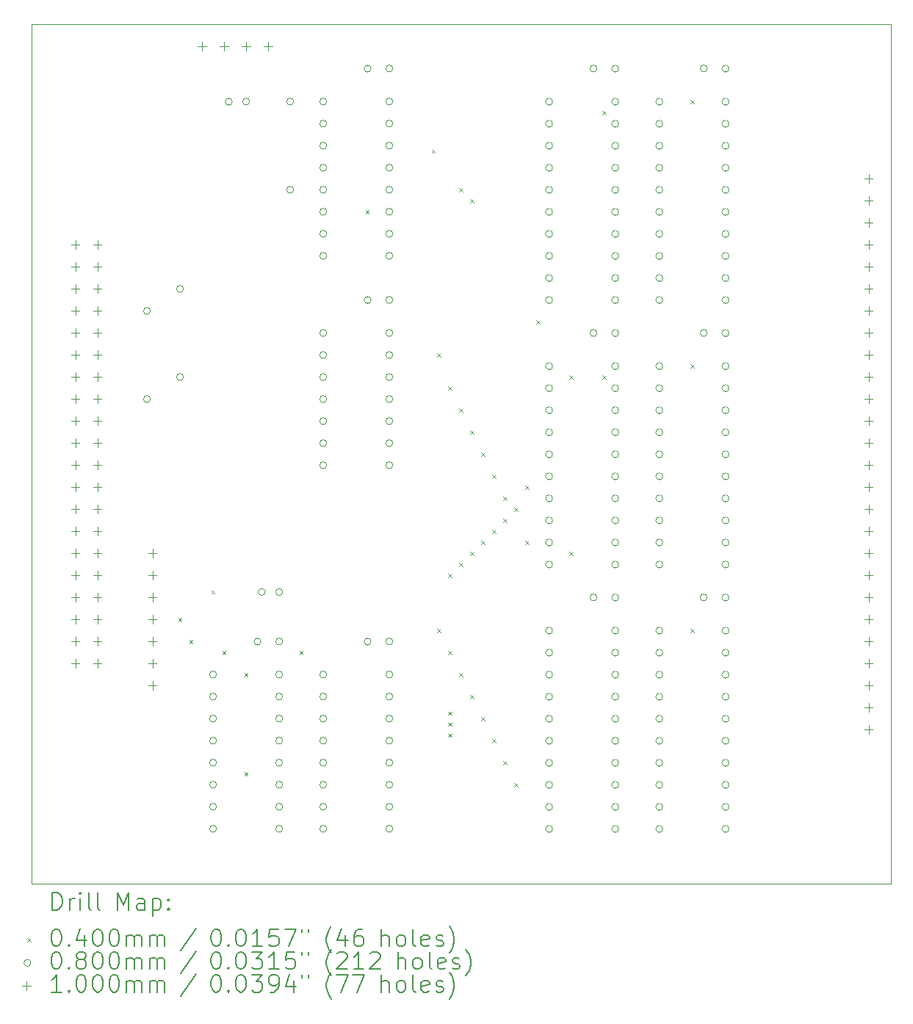
<source format=gbr>
%TF.GenerationSoftware,KiCad,Pcbnew,(7.0.0)*%
%TF.CreationDate,2023-07-06T21:55:20+02:00*%
%TF.ProjectId,cdp-io,6364702d-696f-42e6-9b69-6361645f7063,1*%
%TF.SameCoordinates,Original*%
%TF.FileFunction,Drillmap*%
%TF.FilePolarity,Positive*%
%FSLAX45Y45*%
G04 Gerber Fmt 4.5, Leading zero omitted, Abs format (unit mm)*
G04 Created by KiCad (PCBNEW (7.0.0)) date 2023-07-06 21:55:20*
%MOMM*%
%LPD*%
G01*
G04 APERTURE LIST*
%ADD10C,0.100000*%
%ADD11C,0.200000*%
%ADD12C,0.040000*%
%ADD13C,0.080000*%
G04 APERTURE END LIST*
D10*
X9982200Y-4216400D02*
X19888200Y-4216400D01*
X19888200Y-4216400D02*
X19888200Y-14122400D01*
X19888200Y-14122400D02*
X9982200Y-14122400D01*
X9982200Y-14122400D02*
X9982200Y-4216400D01*
D11*
D12*
X11676700Y-11054400D02*
X11716700Y-11094400D01*
X11716700Y-11054400D02*
X11676700Y-11094400D01*
X11803700Y-11308400D02*
X11843700Y-11348400D01*
X11843700Y-11308400D02*
X11803700Y-11348400D01*
X12057700Y-10736900D02*
X12097700Y-10776900D01*
X12097700Y-10736900D02*
X12057700Y-10776900D01*
X12184700Y-11435400D02*
X12224700Y-11475400D01*
X12224700Y-11435400D02*
X12184700Y-11475400D01*
X12438700Y-11689400D02*
X12478700Y-11729400D01*
X12478700Y-11689400D02*
X12438700Y-11729400D01*
X12438700Y-12832400D02*
X12478700Y-12872400D01*
X12478700Y-12832400D02*
X12438700Y-12872400D01*
X13073700Y-11435400D02*
X13113700Y-11475400D01*
X13113700Y-11435400D02*
X13073700Y-11475400D01*
X13835700Y-6355400D02*
X13875700Y-6395400D01*
X13875700Y-6355400D02*
X13835700Y-6395400D01*
X14597700Y-5656900D02*
X14637700Y-5696900D01*
X14637700Y-5656900D02*
X14597700Y-5696900D01*
X14661200Y-8006400D02*
X14701200Y-8046400D01*
X14701200Y-8006400D02*
X14661200Y-8046400D01*
X14661200Y-11181400D02*
X14701200Y-11221400D01*
X14701200Y-11181400D02*
X14661200Y-11221400D01*
X14788200Y-8387400D02*
X14828200Y-8427400D01*
X14828200Y-8387400D02*
X14788200Y-8427400D01*
X14788200Y-10546400D02*
X14828200Y-10586400D01*
X14828200Y-10546400D02*
X14788200Y-10586400D01*
X14788200Y-11435400D02*
X14828200Y-11475400D01*
X14828200Y-11435400D02*
X14788200Y-11475400D01*
X14788200Y-12133900D02*
X14828200Y-12173900D01*
X14828200Y-12133900D02*
X14788200Y-12173900D01*
X14788200Y-12260900D02*
X14828200Y-12300900D01*
X14828200Y-12260900D02*
X14788200Y-12300900D01*
X14788200Y-12387900D02*
X14828200Y-12427900D01*
X14828200Y-12387900D02*
X14788200Y-12427900D01*
X14915200Y-6101400D02*
X14955200Y-6141400D01*
X14955200Y-6101400D02*
X14915200Y-6141400D01*
X14915200Y-8641400D02*
X14955200Y-8681400D01*
X14955200Y-8641400D02*
X14915200Y-8681400D01*
X14915200Y-10419400D02*
X14955200Y-10459400D01*
X14955200Y-10419400D02*
X14915200Y-10459400D01*
X14915200Y-11689400D02*
X14955200Y-11729400D01*
X14955200Y-11689400D02*
X14915200Y-11729400D01*
X15042200Y-6228400D02*
X15082200Y-6268400D01*
X15082200Y-6228400D02*
X15042200Y-6268400D01*
X15042200Y-8895400D02*
X15082200Y-8935400D01*
X15082200Y-8895400D02*
X15042200Y-8935400D01*
X15042200Y-10292400D02*
X15082200Y-10332400D01*
X15082200Y-10292400D02*
X15042200Y-10332400D01*
X15042200Y-11943400D02*
X15082200Y-11983400D01*
X15082200Y-11943400D02*
X15042200Y-11983400D01*
X15169200Y-9149400D02*
X15209200Y-9189400D01*
X15209200Y-9149400D02*
X15169200Y-9189400D01*
X15169200Y-10165400D02*
X15209200Y-10205400D01*
X15209200Y-10165400D02*
X15169200Y-10205400D01*
X15169200Y-12197400D02*
X15209200Y-12237400D01*
X15209200Y-12197400D02*
X15169200Y-12237400D01*
X15296200Y-9403400D02*
X15336200Y-9443400D01*
X15336200Y-9403400D02*
X15296200Y-9443400D01*
X15296200Y-10038400D02*
X15336200Y-10078400D01*
X15336200Y-10038400D02*
X15296200Y-10078400D01*
X15296200Y-12451400D02*
X15336200Y-12491400D01*
X15336200Y-12451400D02*
X15296200Y-12491400D01*
X15423200Y-9657400D02*
X15463200Y-9697400D01*
X15463200Y-9657400D02*
X15423200Y-9697400D01*
X15423200Y-9911400D02*
X15463200Y-9951400D01*
X15463200Y-9911400D02*
X15423200Y-9951400D01*
X15423200Y-12705400D02*
X15463200Y-12745400D01*
X15463200Y-12705400D02*
X15423200Y-12745400D01*
X15550200Y-9784400D02*
X15590200Y-9824400D01*
X15590200Y-9784400D02*
X15550200Y-9824400D01*
X15550200Y-12959400D02*
X15590200Y-12999400D01*
X15590200Y-12959400D02*
X15550200Y-12999400D01*
X15677200Y-9530400D02*
X15717200Y-9570400D01*
X15717200Y-9530400D02*
X15677200Y-9570400D01*
X15677200Y-10165400D02*
X15717200Y-10205400D01*
X15717200Y-10165400D02*
X15677200Y-10205400D01*
X15804200Y-7625400D02*
X15844200Y-7665400D01*
X15844200Y-7625400D02*
X15804200Y-7665400D01*
X16185200Y-8260400D02*
X16225200Y-8300400D01*
X16225200Y-8260400D02*
X16185200Y-8300400D01*
X16185200Y-10292400D02*
X16225200Y-10332400D01*
X16225200Y-10292400D02*
X16185200Y-10332400D01*
X16566200Y-5212400D02*
X16606200Y-5252400D01*
X16606200Y-5212400D02*
X16566200Y-5252400D01*
X16566200Y-8260400D02*
X16606200Y-8300400D01*
X16606200Y-8260400D02*
X16566200Y-8300400D01*
X17582200Y-5085400D02*
X17622200Y-5125400D01*
X17622200Y-5085400D02*
X17582200Y-5125400D01*
X17582200Y-8133400D02*
X17622200Y-8173400D01*
X17622200Y-8133400D02*
X17582200Y-8173400D01*
X17582200Y-11181400D02*
X17622200Y-11221400D01*
X17622200Y-11181400D02*
X17582200Y-11221400D01*
D13*
X11355700Y-7518400D02*
G75*
G03*
X11355700Y-7518400I-40000J0D01*
G01*
X11355700Y-8534400D02*
G75*
G03*
X11355700Y-8534400I-40000J0D01*
G01*
X11736700Y-7264400D02*
G75*
G03*
X11736700Y-7264400I-40000J0D01*
G01*
X11736700Y-8280400D02*
G75*
G03*
X11736700Y-8280400I-40000J0D01*
G01*
X12117700Y-11709400D02*
G75*
G03*
X12117700Y-11709400I-40000J0D01*
G01*
X12117700Y-11963400D02*
G75*
G03*
X12117700Y-11963400I-40000J0D01*
G01*
X12117700Y-12217400D02*
G75*
G03*
X12117700Y-12217400I-40000J0D01*
G01*
X12117700Y-12471400D02*
G75*
G03*
X12117700Y-12471400I-40000J0D01*
G01*
X12117700Y-12725400D02*
G75*
G03*
X12117700Y-12725400I-40000J0D01*
G01*
X12117700Y-12979400D02*
G75*
G03*
X12117700Y-12979400I-40000J0D01*
G01*
X12117700Y-13233400D02*
G75*
G03*
X12117700Y-13233400I-40000J0D01*
G01*
X12117700Y-13487400D02*
G75*
G03*
X12117700Y-13487400I-40000J0D01*
G01*
X12298700Y-5105400D02*
G75*
G03*
X12298700Y-5105400I-40000J0D01*
G01*
X12498700Y-5105400D02*
G75*
G03*
X12498700Y-5105400I-40000J0D01*
G01*
X12629700Y-11328400D02*
G75*
G03*
X12629700Y-11328400I-40000J0D01*
G01*
X12679700Y-10756900D02*
G75*
G03*
X12679700Y-10756900I-40000J0D01*
G01*
X12879700Y-10756900D02*
G75*
G03*
X12879700Y-10756900I-40000J0D01*
G01*
X12879700Y-11328400D02*
G75*
G03*
X12879700Y-11328400I-40000J0D01*
G01*
X12879700Y-11709400D02*
G75*
G03*
X12879700Y-11709400I-40000J0D01*
G01*
X12879700Y-11963400D02*
G75*
G03*
X12879700Y-11963400I-40000J0D01*
G01*
X12879700Y-12217400D02*
G75*
G03*
X12879700Y-12217400I-40000J0D01*
G01*
X12879700Y-12471400D02*
G75*
G03*
X12879700Y-12471400I-40000J0D01*
G01*
X12879700Y-12725400D02*
G75*
G03*
X12879700Y-12725400I-40000J0D01*
G01*
X12879700Y-12979400D02*
G75*
G03*
X12879700Y-12979400I-40000J0D01*
G01*
X12879700Y-13233400D02*
G75*
G03*
X12879700Y-13233400I-40000J0D01*
G01*
X12879700Y-13487400D02*
G75*
G03*
X12879700Y-13487400I-40000J0D01*
G01*
X13006700Y-5105400D02*
G75*
G03*
X13006700Y-5105400I-40000J0D01*
G01*
X13006700Y-6121400D02*
G75*
G03*
X13006700Y-6121400I-40000J0D01*
G01*
X13387700Y-5105400D02*
G75*
G03*
X13387700Y-5105400I-40000J0D01*
G01*
X13387700Y-5359400D02*
G75*
G03*
X13387700Y-5359400I-40000J0D01*
G01*
X13387700Y-5613400D02*
G75*
G03*
X13387700Y-5613400I-40000J0D01*
G01*
X13387700Y-5867400D02*
G75*
G03*
X13387700Y-5867400I-40000J0D01*
G01*
X13387700Y-6121400D02*
G75*
G03*
X13387700Y-6121400I-40000J0D01*
G01*
X13387700Y-6375400D02*
G75*
G03*
X13387700Y-6375400I-40000J0D01*
G01*
X13387700Y-6629400D02*
G75*
G03*
X13387700Y-6629400I-40000J0D01*
G01*
X13387700Y-6883400D02*
G75*
G03*
X13387700Y-6883400I-40000J0D01*
G01*
X13387700Y-7772400D02*
G75*
G03*
X13387700Y-7772400I-40000J0D01*
G01*
X13387700Y-8026400D02*
G75*
G03*
X13387700Y-8026400I-40000J0D01*
G01*
X13387700Y-8280400D02*
G75*
G03*
X13387700Y-8280400I-40000J0D01*
G01*
X13387700Y-8534400D02*
G75*
G03*
X13387700Y-8534400I-40000J0D01*
G01*
X13387700Y-8788400D02*
G75*
G03*
X13387700Y-8788400I-40000J0D01*
G01*
X13387700Y-9042400D02*
G75*
G03*
X13387700Y-9042400I-40000J0D01*
G01*
X13387700Y-9296400D02*
G75*
G03*
X13387700Y-9296400I-40000J0D01*
G01*
X13387700Y-11709400D02*
G75*
G03*
X13387700Y-11709400I-40000J0D01*
G01*
X13387700Y-11963400D02*
G75*
G03*
X13387700Y-11963400I-40000J0D01*
G01*
X13387700Y-12217400D02*
G75*
G03*
X13387700Y-12217400I-40000J0D01*
G01*
X13387700Y-12471400D02*
G75*
G03*
X13387700Y-12471400I-40000J0D01*
G01*
X13387700Y-12725400D02*
G75*
G03*
X13387700Y-12725400I-40000J0D01*
G01*
X13387700Y-12979400D02*
G75*
G03*
X13387700Y-12979400I-40000J0D01*
G01*
X13387700Y-13233400D02*
G75*
G03*
X13387700Y-13233400I-40000J0D01*
G01*
X13387700Y-13487400D02*
G75*
G03*
X13387700Y-13487400I-40000J0D01*
G01*
X13899700Y-4724400D02*
G75*
G03*
X13899700Y-4724400I-40000J0D01*
G01*
X13899700Y-7391400D02*
G75*
G03*
X13899700Y-7391400I-40000J0D01*
G01*
X13899700Y-11328400D02*
G75*
G03*
X13899700Y-11328400I-40000J0D01*
G01*
X14149700Y-4724400D02*
G75*
G03*
X14149700Y-4724400I-40000J0D01*
G01*
X14149700Y-5105400D02*
G75*
G03*
X14149700Y-5105400I-40000J0D01*
G01*
X14149700Y-5359400D02*
G75*
G03*
X14149700Y-5359400I-40000J0D01*
G01*
X14149700Y-5613400D02*
G75*
G03*
X14149700Y-5613400I-40000J0D01*
G01*
X14149700Y-5867400D02*
G75*
G03*
X14149700Y-5867400I-40000J0D01*
G01*
X14149700Y-6121400D02*
G75*
G03*
X14149700Y-6121400I-40000J0D01*
G01*
X14149700Y-6375400D02*
G75*
G03*
X14149700Y-6375400I-40000J0D01*
G01*
X14149700Y-6629400D02*
G75*
G03*
X14149700Y-6629400I-40000J0D01*
G01*
X14149700Y-6883400D02*
G75*
G03*
X14149700Y-6883400I-40000J0D01*
G01*
X14149700Y-7391400D02*
G75*
G03*
X14149700Y-7391400I-40000J0D01*
G01*
X14149700Y-7772400D02*
G75*
G03*
X14149700Y-7772400I-40000J0D01*
G01*
X14149700Y-8026400D02*
G75*
G03*
X14149700Y-8026400I-40000J0D01*
G01*
X14149700Y-8280400D02*
G75*
G03*
X14149700Y-8280400I-40000J0D01*
G01*
X14149700Y-8534400D02*
G75*
G03*
X14149700Y-8534400I-40000J0D01*
G01*
X14149700Y-8788400D02*
G75*
G03*
X14149700Y-8788400I-40000J0D01*
G01*
X14149700Y-9042400D02*
G75*
G03*
X14149700Y-9042400I-40000J0D01*
G01*
X14149700Y-9296400D02*
G75*
G03*
X14149700Y-9296400I-40000J0D01*
G01*
X14149700Y-11328400D02*
G75*
G03*
X14149700Y-11328400I-40000J0D01*
G01*
X14149700Y-11709400D02*
G75*
G03*
X14149700Y-11709400I-40000J0D01*
G01*
X14149700Y-11963400D02*
G75*
G03*
X14149700Y-11963400I-40000J0D01*
G01*
X14149700Y-12217400D02*
G75*
G03*
X14149700Y-12217400I-40000J0D01*
G01*
X14149700Y-12471400D02*
G75*
G03*
X14149700Y-12471400I-40000J0D01*
G01*
X14149700Y-12725400D02*
G75*
G03*
X14149700Y-12725400I-40000J0D01*
G01*
X14149700Y-12979400D02*
G75*
G03*
X14149700Y-12979400I-40000J0D01*
G01*
X14149700Y-13233400D02*
G75*
G03*
X14149700Y-13233400I-40000J0D01*
G01*
X14149700Y-13487400D02*
G75*
G03*
X14149700Y-13487400I-40000J0D01*
G01*
X15991200Y-5105400D02*
G75*
G03*
X15991200Y-5105400I-40000J0D01*
G01*
X15991200Y-5359400D02*
G75*
G03*
X15991200Y-5359400I-40000J0D01*
G01*
X15991200Y-5613400D02*
G75*
G03*
X15991200Y-5613400I-40000J0D01*
G01*
X15991200Y-5867400D02*
G75*
G03*
X15991200Y-5867400I-40000J0D01*
G01*
X15991200Y-6121400D02*
G75*
G03*
X15991200Y-6121400I-40000J0D01*
G01*
X15991200Y-6375400D02*
G75*
G03*
X15991200Y-6375400I-40000J0D01*
G01*
X15991200Y-6629400D02*
G75*
G03*
X15991200Y-6629400I-40000J0D01*
G01*
X15991200Y-6883400D02*
G75*
G03*
X15991200Y-6883400I-40000J0D01*
G01*
X15991200Y-7137400D02*
G75*
G03*
X15991200Y-7137400I-40000J0D01*
G01*
X15991200Y-7391400D02*
G75*
G03*
X15991200Y-7391400I-40000J0D01*
G01*
X15991200Y-8153400D02*
G75*
G03*
X15991200Y-8153400I-40000J0D01*
G01*
X15991200Y-8407400D02*
G75*
G03*
X15991200Y-8407400I-40000J0D01*
G01*
X15991200Y-8661400D02*
G75*
G03*
X15991200Y-8661400I-40000J0D01*
G01*
X15991200Y-8915400D02*
G75*
G03*
X15991200Y-8915400I-40000J0D01*
G01*
X15991200Y-9169400D02*
G75*
G03*
X15991200Y-9169400I-40000J0D01*
G01*
X15991200Y-9423400D02*
G75*
G03*
X15991200Y-9423400I-40000J0D01*
G01*
X15991200Y-9677400D02*
G75*
G03*
X15991200Y-9677400I-40000J0D01*
G01*
X15991200Y-9931400D02*
G75*
G03*
X15991200Y-9931400I-40000J0D01*
G01*
X15991200Y-10185400D02*
G75*
G03*
X15991200Y-10185400I-40000J0D01*
G01*
X15991200Y-10439400D02*
G75*
G03*
X15991200Y-10439400I-40000J0D01*
G01*
X15991200Y-11201400D02*
G75*
G03*
X15991200Y-11201400I-40000J0D01*
G01*
X15991200Y-11455400D02*
G75*
G03*
X15991200Y-11455400I-40000J0D01*
G01*
X15991200Y-11709400D02*
G75*
G03*
X15991200Y-11709400I-40000J0D01*
G01*
X15991200Y-11963400D02*
G75*
G03*
X15991200Y-11963400I-40000J0D01*
G01*
X15991200Y-12217400D02*
G75*
G03*
X15991200Y-12217400I-40000J0D01*
G01*
X15991200Y-12471400D02*
G75*
G03*
X15991200Y-12471400I-40000J0D01*
G01*
X15991200Y-12725400D02*
G75*
G03*
X15991200Y-12725400I-40000J0D01*
G01*
X15991200Y-12979400D02*
G75*
G03*
X15991200Y-12979400I-40000J0D01*
G01*
X15991200Y-13233400D02*
G75*
G03*
X15991200Y-13233400I-40000J0D01*
G01*
X15991200Y-13487400D02*
G75*
G03*
X15991200Y-13487400I-40000J0D01*
G01*
X16503200Y-4724400D02*
G75*
G03*
X16503200Y-4724400I-40000J0D01*
G01*
X16503200Y-7772400D02*
G75*
G03*
X16503200Y-7772400I-40000J0D01*
G01*
X16503200Y-10820400D02*
G75*
G03*
X16503200Y-10820400I-40000J0D01*
G01*
X16753200Y-4724400D02*
G75*
G03*
X16753200Y-4724400I-40000J0D01*
G01*
X16753200Y-5105400D02*
G75*
G03*
X16753200Y-5105400I-40000J0D01*
G01*
X16753200Y-5359400D02*
G75*
G03*
X16753200Y-5359400I-40000J0D01*
G01*
X16753200Y-5613400D02*
G75*
G03*
X16753200Y-5613400I-40000J0D01*
G01*
X16753200Y-5867400D02*
G75*
G03*
X16753200Y-5867400I-40000J0D01*
G01*
X16753200Y-6121400D02*
G75*
G03*
X16753200Y-6121400I-40000J0D01*
G01*
X16753200Y-6375400D02*
G75*
G03*
X16753200Y-6375400I-40000J0D01*
G01*
X16753200Y-6629400D02*
G75*
G03*
X16753200Y-6629400I-40000J0D01*
G01*
X16753200Y-6883400D02*
G75*
G03*
X16753200Y-6883400I-40000J0D01*
G01*
X16753200Y-7137400D02*
G75*
G03*
X16753200Y-7137400I-40000J0D01*
G01*
X16753200Y-7391400D02*
G75*
G03*
X16753200Y-7391400I-40000J0D01*
G01*
X16753200Y-7772400D02*
G75*
G03*
X16753200Y-7772400I-40000J0D01*
G01*
X16753200Y-8153400D02*
G75*
G03*
X16753200Y-8153400I-40000J0D01*
G01*
X16753200Y-8407400D02*
G75*
G03*
X16753200Y-8407400I-40000J0D01*
G01*
X16753200Y-8661400D02*
G75*
G03*
X16753200Y-8661400I-40000J0D01*
G01*
X16753200Y-8915400D02*
G75*
G03*
X16753200Y-8915400I-40000J0D01*
G01*
X16753200Y-9169400D02*
G75*
G03*
X16753200Y-9169400I-40000J0D01*
G01*
X16753200Y-9423400D02*
G75*
G03*
X16753200Y-9423400I-40000J0D01*
G01*
X16753200Y-9677400D02*
G75*
G03*
X16753200Y-9677400I-40000J0D01*
G01*
X16753200Y-9931400D02*
G75*
G03*
X16753200Y-9931400I-40000J0D01*
G01*
X16753200Y-10185400D02*
G75*
G03*
X16753200Y-10185400I-40000J0D01*
G01*
X16753200Y-10439400D02*
G75*
G03*
X16753200Y-10439400I-40000J0D01*
G01*
X16753200Y-10820400D02*
G75*
G03*
X16753200Y-10820400I-40000J0D01*
G01*
X16753200Y-11201400D02*
G75*
G03*
X16753200Y-11201400I-40000J0D01*
G01*
X16753200Y-11455400D02*
G75*
G03*
X16753200Y-11455400I-40000J0D01*
G01*
X16753200Y-11709400D02*
G75*
G03*
X16753200Y-11709400I-40000J0D01*
G01*
X16753200Y-11963400D02*
G75*
G03*
X16753200Y-11963400I-40000J0D01*
G01*
X16753200Y-12217400D02*
G75*
G03*
X16753200Y-12217400I-40000J0D01*
G01*
X16753200Y-12471400D02*
G75*
G03*
X16753200Y-12471400I-40000J0D01*
G01*
X16753200Y-12725400D02*
G75*
G03*
X16753200Y-12725400I-40000J0D01*
G01*
X16753200Y-12979400D02*
G75*
G03*
X16753200Y-12979400I-40000J0D01*
G01*
X16753200Y-13233400D02*
G75*
G03*
X16753200Y-13233400I-40000J0D01*
G01*
X16753200Y-13487400D02*
G75*
G03*
X16753200Y-13487400I-40000J0D01*
G01*
X17261200Y-5105400D02*
G75*
G03*
X17261200Y-5105400I-40000J0D01*
G01*
X17261200Y-5359400D02*
G75*
G03*
X17261200Y-5359400I-40000J0D01*
G01*
X17261200Y-5613400D02*
G75*
G03*
X17261200Y-5613400I-40000J0D01*
G01*
X17261200Y-5867400D02*
G75*
G03*
X17261200Y-5867400I-40000J0D01*
G01*
X17261200Y-6121400D02*
G75*
G03*
X17261200Y-6121400I-40000J0D01*
G01*
X17261200Y-6375400D02*
G75*
G03*
X17261200Y-6375400I-40000J0D01*
G01*
X17261200Y-6629400D02*
G75*
G03*
X17261200Y-6629400I-40000J0D01*
G01*
X17261200Y-6883400D02*
G75*
G03*
X17261200Y-6883400I-40000J0D01*
G01*
X17261200Y-7137400D02*
G75*
G03*
X17261200Y-7137400I-40000J0D01*
G01*
X17261200Y-7391400D02*
G75*
G03*
X17261200Y-7391400I-40000J0D01*
G01*
X17261200Y-8153400D02*
G75*
G03*
X17261200Y-8153400I-40000J0D01*
G01*
X17261200Y-8407400D02*
G75*
G03*
X17261200Y-8407400I-40000J0D01*
G01*
X17261200Y-8661400D02*
G75*
G03*
X17261200Y-8661400I-40000J0D01*
G01*
X17261200Y-8915400D02*
G75*
G03*
X17261200Y-8915400I-40000J0D01*
G01*
X17261200Y-9169400D02*
G75*
G03*
X17261200Y-9169400I-40000J0D01*
G01*
X17261200Y-9423400D02*
G75*
G03*
X17261200Y-9423400I-40000J0D01*
G01*
X17261200Y-9677400D02*
G75*
G03*
X17261200Y-9677400I-40000J0D01*
G01*
X17261200Y-9931400D02*
G75*
G03*
X17261200Y-9931400I-40000J0D01*
G01*
X17261200Y-10185400D02*
G75*
G03*
X17261200Y-10185400I-40000J0D01*
G01*
X17261200Y-10439400D02*
G75*
G03*
X17261200Y-10439400I-40000J0D01*
G01*
X17261200Y-11201400D02*
G75*
G03*
X17261200Y-11201400I-40000J0D01*
G01*
X17261200Y-11455400D02*
G75*
G03*
X17261200Y-11455400I-40000J0D01*
G01*
X17261200Y-11709400D02*
G75*
G03*
X17261200Y-11709400I-40000J0D01*
G01*
X17261200Y-11963400D02*
G75*
G03*
X17261200Y-11963400I-40000J0D01*
G01*
X17261200Y-12217400D02*
G75*
G03*
X17261200Y-12217400I-40000J0D01*
G01*
X17261200Y-12471400D02*
G75*
G03*
X17261200Y-12471400I-40000J0D01*
G01*
X17261200Y-12725400D02*
G75*
G03*
X17261200Y-12725400I-40000J0D01*
G01*
X17261200Y-12979400D02*
G75*
G03*
X17261200Y-12979400I-40000J0D01*
G01*
X17261200Y-13233400D02*
G75*
G03*
X17261200Y-13233400I-40000J0D01*
G01*
X17261200Y-13487400D02*
G75*
G03*
X17261200Y-13487400I-40000J0D01*
G01*
X17773200Y-4724400D02*
G75*
G03*
X17773200Y-4724400I-40000J0D01*
G01*
X17773200Y-7772400D02*
G75*
G03*
X17773200Y-7772400I-40000J0D01*
G01*
X17773200Y-10820400D02*
G75*
G03*
X17773200Y-10820400I-40000J0D01*
G01*
X18023200Y-4724400D02*
G75*
G03*
X18023200Y-4724400I-40000J0D01*
G01*
X18023200Y-5105400D02*
G75*
G03*
X18023200Y-5105400I-40000J0D01*
G01*
X18023200Y-5359400D02*
G75*
G03*
X18023200Y-5359400I-40000J0D01*
G01*
X18023200Y-5613400D02*
G75*
G03*
X18023200Y-5613400I-40000J0D01*
G01*
X18023200Y-5867400D02*
G75*
G03*
X18023200Y-5867400I-40000J0D01*
G01*
X18023200Y-6121400D02*
G75*
G03*
X18023200Y-6121400I-40000J0D01*
G01*
X18023200Y-6375400D02*
G75*
G03*
X18023200Y-6375400I-40000J0D01*
G01*
X18023200Y-6629400D02*
G75*
G03*
X18023200Y-6629400I-40000J0D01*
G01*
X18023200Y-6883400D02*
G75*
G03*
X18023200Y-6883400I-40000J0D01*
G01*
X18023200Y-7137400D02*
G75*
G03*
X18023200Y-7137400I-40000J0D01*
G01*
X18023200Y-7391400D02*
G75*
G03*
X18023200Y-7391400I-40000J0D01*
G01*
X18023200Y-7772400D02*
G75*
G03*
X18023200Y-7772400I-40000J0D01*
G01*
X18023200Y-8153400D02*
G75*
G03*
X18023200Y-8153400I-40000J0D01*
G01*
X18023200Y-8407400D02*
G75*
G03*
X18023200Y-8407400I-40000J0D01*
G01*
X18023200Y-8661400D02*
G75*
G03*
X18023200Y-8661400I-40000J0D01*
G01*
X18023200Y-8915400D02*
G75*
G03*
X18023200Y-8915400I-40000J0D01*
G01*
X18023200Y-9169400D02*
G75*
G03*
X18023200Y-9169400I-40000J0D01*
G01*
X18023200Y-9423400D02*
G75*
G03*
X18023200Y-9423400I-40000J0D01*
G01*
X18023200Y-9677400D02*
G75*
G03*
X18023200Y-9677400I-40000J0D01*
G01*
X18023200Y-9931400D02*
G75*
G03*
X18023200Y-9931400I-40000J0D01*
G01*
X18023200Y-10185400D02*
G75*
G03*
X18023200Y-10185400I-40000J0D01*
G01*
X18023200Y-10439400D02*
G75*
G03*
X18023200Y-10439400I-40000J0D01*
G01*
X18023200Y-10820400D02*
G75*
G03*
X18023200Y-10820400I-40000J0D01*
G01*
X18023200Y-11201400D02*
G75*
G03*
X18023200Y-11201400I-40000J0D01*
G01*
X18023200Y-11455400D02*
G75*
G03*
X18023200Y-11455400I-40000J0D01*
G01*
X18023200Y-11709400D02*
G75*
G03*
X18023200Y-11709400I-40000J0D01*
G01*
X18023200Y-11963400D02*
G75*
G03*
X18023200Y-11963400I-40000J0D01*
G01*
X18023200Y-12217400D02*
G75*
G03*
X18023200Y-12217400I-40000J0D01*
G01*
X18023200Y-12471400D02*
G75*
G03*
X18023200Y-12471400I-40000J0D01*
G01*
X18023200Y-12725400D02*
G75*
G03*
X18023200Y-12725400I-40000J0D01*
G01*
X18023200Y-12979400D02*
G75*
G03*
X18023200Y-12979400I-40000J0D01*
G01*
X18023200Y-13233400D02*
G75*
G03*
X18023200Y-13233400I-40000J0D01*
G01*
X18023200Y-13487400D02*
G75*
G03*
X18023200Y-13487400I-40000J0D01*
G01*
D10*
X10490200Y-6706400D02*
X10490200Y-6806400D01*
X10440200Y-6756400D02*
X10540200Y-6756400D01*
X10490200Y-6960400D02*
X10490200Y-7060400D01*
X10440200Y-7010400D02*
X10540200Y-7010400D01*
X10490200Y-7214400D02*
X10490200Y-7314400D01*
X10440200Y-7264400D02*
X10540200Y-7264400D01*
X10490200Y-7468400D02*
X10490200Y-7568400D01*
X10440200Y-7518400D02*
X10540200Y-7518400D01*
X10490200Y-7722400D02*
X10490200Y-7822400D01*
X10440200Y-7772400D02*
X10540200Y-7772400D01*
X10490200Y-7976400D02*
X10490200Y-8076400D01*
X10440200Y-8026400D02*
X10540200Y-8026400D01*
X10490200Y-8230400D02*
X10490200Y-8330400D01*
X10440200Y-8280400D02*
X10540200Y-8280400D01*
X10490200Y-8484400D02*
X10490200Y-8584400D01*
X10440200Y-8534400D02*
X10540200Y-8534400D01*
X10490200Y-8738400D02*
X10490200Y-8838400D01*
X10440200Y-8788400D02*
X10540200Y-8788400D01*
X10490200Y-8992400D02*
X10490200Y-9092400D01*
X10440200Y-9042400D02*
X10540200Y-9042400D01*
X10490200Y-9246400D02*
X10490200Y-9346400D01*
X10440200Y-9296400D02*
X10540200Y-9296400D01*
X10490200Y-9500400D02*
X10490200Y-9600400D01*
X10440200Y-9550400D02*
X10540200Y-9550400D01*
X10490200Y-9754400D02*
X10490200Y-9854400D01*
X10440200Y-9804400D02*
X10540200Y-9804400D01*
X10490200Y-10008400D02*
X10490200Y-10108400D01*
X10440200Y-10058400D02*
X10540200Y-10058400D01*
X10490200Y-10262400D02*
X10490200Y-10362400D01*
X10440200Y-10312400D02*
X10540200Y-10312400D01*
X10490200Y-10516400D02*
X10490200Y-10616400D01*
X10440200Y-10566400D02*
X10540200Y-10566400D01*
X10490200Y-10770400D02*
X10490200Y-10870400D01*
X10440200Y-10820400D02*
X10540200Y-10820400D01*
X10490200Y-11024400D02*
X10490200Y-11124400D01*
X10440200Y-11074400D02*
X10540200Y-11074400D01*
X10490200Y-11278400D02*
X10490200Y-11378400D01*
X10440200Y-11328400D02*
X10540200Y-11328400D01*
X10490200Y-11532400D02*
X10490200Y-11632400D01*
X10440200Y-11582400D02*
X10540200Y-11582400D01*
X10744200Y-6706400D02*
X10744200Y-6806400D01*
X10694200Y-6756400D02*
X10794200Y-6756400D01*
X10744200Y-6960400D02*
X10744200Y-7060400D01*
X10694200Y-7010400D02*
X10794200Y-7010400D01*
X10744200Y-7214400D02*
X10744200Y-7314400D01*
X10694200Y-7264400D02*
X10794200Y-7264400D01*
X10744200Y-7468400D02*
X10744200Y-7568400D01*
X10694200Y-7518400D02*
X10794200Y-7518400D01*
X10744200Y-7722400D02*
X10744200Y-7822400D01*
X10694200Y-7772400D02*
X10794200Y-7772400D01*
X10744200Y-7976400D02*
X10744200Y-8076400D01*
X10694200Y-8026400D02*
X10794200Y-8026400D01*
X10744200Y-8230400D02*
X10744200Y-8330400D01*
X10694200Y-8280400D02*
X10794200Y-8280400D01*
X10744200Y-8484400D02*
X10744200Y-8584400D01*
X10694200Y-8534400D02*
X10794200Y-8534400D01*
X10744200Y-8738400D02*
X10744200Y-8838400D01*
X10694200Y-8788400D02*
X10794200Y-8788400D01*
X10744200Y-8992400D02*
X10744200Y-9092400D01*
X10694200Y-9042400D02*
X10794200Y-9042400D01*
X10744200Y-9246400D02*
X10744200Y-9346400D01*
X10694200Y-9296400D02*
X10794200Y-9296400D01*
X10744200Y-9500400D02*
X10744200Y-9600400D01*
X10694200Y-9550400D02*
X10794200Y-9550400D01*
X10744200Y-9754400D02*
X10744200Y-9854400D01*
X10694200Y-9804400D02*
X10794200Y-9804400D01*
X10744200Y-10008400D02*
X10744200Y-10108400D01*
X10694200Y-10058400D02*
X10794200Y-10058400D01*
X10744200Y-10262400D02*
X10744200Y-10362400D01*
X10694200Y-10312400D02*
X10794200Y-10312400D01*
X10744200Y-10516400D02*
X10744200Y-10616400D01*
X10694200Y-10566400D02*
X10794200Y-10566400D01*
X10744200Y-10770400D02*
X10744200Y-10870400D01*
X10694200Y-10820400D02*
X10794200Y-10820400D01*
X10744200Y-11024400D02*
X10744200Y-11124400D01*
X10694200Y-11074400D02*
X10794200Y-11074400D01*
X10744200Y-11278400D02*
X10744200Y-11378400D01*
X10694200Y-11328400D02*
X10794200Y-11328400D01*
X10744200Y-11532400D02*
X10744200Y-11632400D01*
X10694200Y-11582400D02*
X10794200Y-11582400D01*
X11379200Y-10262400D02*
X11379200Y-10362400D01*
X11329200Y-10312400D02*
X11429200Y-10312400D01*
X11379200Y-10516400D02*
X11379200Y-10616400D01*
X11329200Y-10566400D02*
X11429200Y-10566400D01*
X11379200Y-10770400D02*
X11379200Y-10870400D01*
X11329200Y-10820400D02*
X11429200Y-10820400D01*
X11379200Y-11024400D02*
X11379200Y-11124400D01*
X11329200Y-11074400D02*
X11429200Y-11074400D01*
X11379200Y-11278400D02*
X11379200Y-11378400D01*
X11329200Y-11328400D02*
X11429200Y-11328400D01*
X11379200Y-11532400D02*
X11379200Y-11632400D01*
X11329200Y-11582400D02*
X11429200Y-11582400D01*
X11379200Y-11786400D02*
X11379200Y-11886400D01*
X11329200Y-11836400D02*
X11429200Y-11836400D01*
X11950700Y-4420400D02*
X11950700Y-4520400D01*
X11900700Y-4470400D02*
X12000700Y-4470400D01*
X12204700Y-4420400D02*
X12204700Y-4520400D01*
X12154700Y-4470400D02*
X12254700Y-4470400D01*
X12458700Y-4420400D02*
X12458700Y-4520400D01*
X12408700Y-4470400D02*
X12508700Y-4470400D01*
X12712700Y-4420400D02*
X12712700Y-4520400D01*
X12662700Y-4470400D02*
X12762700Y-4470400D01*
X19634200Y-5944400D02*
X19634200Y-6044400D01*
X19584200Y-5994400D02*
X19684200Y-5994400D01*
X19634200Y-6198400D02*
X19634200Y-6298400D01*
X19584200Y-6248400D02*
X19684200Y-6248400D01*
X19634200Y-6452400D02*
X19634200Y-6552400D01*
X19584200Y-6502400D02*
X19684200Y-6502400D01*
X19634200Y-6706400D02*
X19634200Y-6806400D01*
X19584200Y-6756400D02*
X19684200Y-6756400D01*
X19634200Y-6960400D02*
X19634200Y-7060400D01*
X19584200Y-7010400D02*
X19684200Y-7010400D01*
X19634200Y-7214400D02*
X19634200Y-7314400D01*
X19584200Y-7264400D02*
X19684200Y-7264400D01*
X19634200Y-7468400D02*
X19634200Y-7568400D01*
X19584200Y-7518400D02*
X19684200Y-7518400D01*
X19634200Y-7722400D02*
X19634200Y-7822400D01*
X19584200Y-7772400D02*
X19684200Y-7772400D01*
X19634200Y-7976400D02*
X19634200Y-8076400D01*
X19584200Y-8026400D02*
X19684200Y-8026400D01*
X19634200Y-8230400D02*
X19634200Y-8330400D01*
X19584200Y-8280400D02*
X19684200Y-8280400D01*
X19634200Y-8484400D02*
X19634200Y-8584400D01*
X19584200Y-8534400D02*
X19684200Y-8534400D01*
X19634200Y-8738400D02*
X19634200Y-8838400D01*
X19584200Y-8788400D02*
X19684200Y-8788400D01*
X19634200Y-8992400D02*
X19634200Y-9092400D01*
X19584200Y-9042400D02*
X19684200Y-9042400D01*
X19634200Y-9246400D02*
X19634200Y-9346400D01*
X19584200Y-9296400D02*
X19684200Y-9296400D01*
X19634200Y-9500400D02*
X19634200Y-9600400D01*
X19584200Y-9550400D02*
X19684200Y-9550400D01*
X19634200Y-9754400D02*
X19634200Y-9854400D01*
X19584200Y-9804400D02*
X19684200Y-9804400D01*
X19634200Y-10008400D02*
X19634200Y-10108400D01*
X19584200Y-10058400D02*
X19684200Y-10058400D01*
X19634200Y-10262400D02*
X19634200Y-10362400D01*
X19584200Y-10312400D02*
X19684200Y-10312400D01*
X19634200Y-10516400D02*
X19634200Y-10616400D01*
X19584200Y-10566400D02*
X19684200Y-10566400D01*
X19634200Y-10770400D02*
X19634200Y-10870400D01*
X19584200Y-10820400D02*
X19684200Y-10820400D01*
X19634200Y-11024400D02*
X19634200Y-11124400D01*
X19584200Y-11074400D02*
X19684200Y-11074400D01*
X19634200Y-11278400D02*
X19634200Y-11378400D01*
X19584200Y-11328400D02*
X19684200Y-11328400D01*
X19634200Y-11532400D02*
X19634200Y-11632400D01*
X19584200Y-11582400D02*
X19684200Y-11582400D01*
X19634200Y-11786400D02*
X19634200Y-11886400D01*
X19584200Y-11836400D02*
X19684200Y-11836400D01*
X19634200Y-12040400D02*
X19634200Y-12140400D01*
X19584200Y-12090400D02*
X19684200Y-12090400D01*
X19634200Y-12294400D02*
X19634200Y-12394400D01*
X19584200Y-12344400D02*
X19684200Y-12344400D01*
D11*
X10224819Y-14420876D02*
X10224819Y-14220876D01*
X10224819Y-14220876D02*
X10272438Y-14220876D01*
X10272438Y-14220876D02*
X10301010Y-14230400D01*
X10301010Y-14230400D02*
X10320057Y-14249448D01*
X10320057Y-14249448D02*
X10329581Y-14268495D01*
X10329581Y-14268495D02*
X10339105Y-14306590D01*
X10339105Y-14306590D02*
X10339105Y-14335162D01*
X10339105Y-14335162D02*
X10329581Y-14373257D01*
X10329581Y-14373257D02*
X10320057Y-14392305D01*
X10320057Y-14392305D02*
X10301010Y-14411352D01*
X10301010Y-14411352D02*
X10272438Y-14420876D01*
X10272438Y-14420876D02*
X10224819Y-14420876D01*
X10424819Y-14420876D02*
X10424819Y-14287543D01*
X10424819Y-14325638D02*
X10434343Y-14306590D01*
X10434343Y-14306590D02*
X10443867Y-14297067D01*
X10443867Y-14297067D02*
X10462914Y-14287543D01*
X10462914Y-14287543D02*
X10481962Y-14287543D01*
X10548629Y-14420876D02*
X10548629Y-14287543D01*
X10548629Y-14220876D02*
X10539105Y-14230400D01*
X10539105Y-14230400D02*
X10548629Y-14239924D01*
X10548629Y-14239924D02*
X10558152Y-14230400D01*
X10558152Y-14230400D02*
X10548629Y-14220876D01*
X10548629Y-14220876D02*
X10548629Y-14239924D01*
X10672438Y-14420876D02*
X10653390Y-14411352D01*
X10653390Y-14411352D02*
X10643867Y-14392305D01*
X10643867Y-14392305D02*
X10643867Y-14220876D01*
X10777200Y-14420876D02*
X10758152Y-14411352D01*
X10758152Y-14411352D02*
X10748629Y-14392305D01*
X10748629Y-14392305D02*
X10748629Y-14220876D01*
X10973390Y-14420876D02*
X10973390Y-14220876D01*
X10973390Y-14220876D02*
X11040057Y-14363733D01*
X11040057Y-14363733D02*
X11106724Y-14220876D01*
X11106724Y-14220876D02*
X11106724Y-14420876D01*
X11287676Y-14420876D02*
X11287676Y-14316114D01*
X11287676Y-14316114D02*
X11278152Y-14297067D01*
X11278152Y-14297067D02*
X11259105Y-14287543D01*
X11259105Y-14287543D02*
X11221009Y-14287543D01*
X11221009Y-14287543D02*
X11201962Y-14297067D01*
X11287676Y-14411352D02*
X11268628Y-14420876D01*
X11268628Y-14420876D02*
X11221009Y-14420876D01*
X11221009Y-14420876D02*
X11201962Y-14411352D01*
X11201962Y-14411352D02*
X11192438Y-14392305D01*
X11192438Y-14392305D02*
X11192438Y-14373257D01*
X11192438Y-14373257D02*
X11201962Y-14354209D01*
X11201962Y-14354209D02*
X11221009Y-14344686D01*
X11221009Y-14344686D02*
X11268628Y-14344686D01*
X11268628Y-14344686D02*
X11287676Y-14335162D01*
X11382914Y-14287543D02*
X11382914Y-14487543D01*
X11382914Y-14297067D02*
X11401962Y-14287543D01*
X11401962Y-14287543D02*
X11440057Y-14287543D01*
X11440057Y-14287543D02*
X11459105Y-14297067D01*
X11459105Y-14297067D02*
X11468628Y-14306590D01*
X11468628Y-14306590D02*
X11478152Y-14325638D01*
X11478152Y-14325638D02*
X11478152Y-14382781D01*
X11478152Y-14382781D02*
X11468628Y-14401828D01*
X11468628Y-14401828D02*
X11459105Y-14411352D01*
X11459105Y-14411352D02*
X11440057Y-14420876D01*
X11440057Y-14420876D02*
X11401962Y-14420876D01*
X11401962Y-14420876D02*
X11382914Y-14411352D01*
X11563867Y-14401828D02*
X11573390Y-14411352D01*
X11573390Y-14411352D02*
X11563867Y-14420876D01*
X11563867Y-14420876D02*
X11554343Y-14411352D01*
X11554343Y-14411352D02*
X11563867Y-14401828D01*
X11563867Y-14401828D02*
X11563867Y-14420876D01*
X11563867Y-14297067D02*
X11573390Y-14306590D01*
X11573390Y-14306590D02*
X11563867Y-14316114D01*
X11563867Y-14316114D02*
X11554343Y-14306590D01*
X11554343Y-14306590D02*
X11563867Y-14297067D01*
X11563867Y-14297067D02*
X11563867Y-14316114D01*
D12*
X9937200Y-14747400D02*
X9977200Y-14787400D01*
X9977200Y-14747400D02*
X9937200Y-14787400D01*
D11*
X10262914Y-14640876D02*
X10281962Y-14640876D01*
X10281962Y-14640876D02*
X10301010Y-14650400D01*
X10301010Y-14650400D02*
X10310533Y-14659924D01*
X10310533Y-14659924D02*
X10320057Y-14678971D01*
X10320057Y-14678971D02*
X10329581Y-14717067D01*
X10329581Y-14717067D02*
X10329581Y-14764686D01*
X10329581Y-14764686D02*
X10320057Y-14802781D01*
X10320057Y-14802781D02*
X10310533Y-14821828D01*
X10310533Y-14821828D02*
X10301010Y-14831352D01*
X10301010Y-14831352D02*
X10281962Y-14840876D01*
X10281962Y-14840876D02*
X10262914Y-14840876D01*
X10262914Y-14840876D02*
X10243867Y-14831352D01*
X10243867Y-14831352D02*
X10234343Y-14821828D01*
X10234343Y-14821828D02*
X10224819Y-14802781D01*
X10224819Y-14802781D02*
X10215295Y-14764686D01*
X10215295Y-14764686D02*
X10215295Y-14717067D01*
X10215295Y-14717067D02*
X10224819Y-14678971D01*
X10224819Y-14678971D02*
X10234343Y-14659924D01*
X10234343Y-14659924D02*
X10243867Y-14650400D01*
X10243867Y-14650400D02*
X10262914Y-14640876D01*
X10415295Y-14821828D02*
X10424819Y-14831352D01*
X10424819Y-14831352D02*
X10415295Y-14840876D01*
X10415295Y-14840876D02*
X10405771Y-14831352D01*
X10405771Y-14831352D02*
X10415295Y-14821828D01*
X10415295Y-14821828D02*
X10415295Y-14840876D01*
X10596248Y-14707543D02*
X10596248Y-14840876D01*
X10548629Y-14631352D02*
X10501010Y-14774209D01*
X10501010Y-14774209D02*
X10624819Y-14774209D01*
X10739105Y-14640876D02*
X10758152Y-14640876D01*
X10758152Y-14640876D02*
X10777200Y-14650400D01*
X10777200Y-14650400D02*
X10786724Y-14659924D01*
X10786724Y-14659924D02*
X10796248Y-14678971D01*
X10796248Y-14678971D02*
X10805771Y-14717067D01*
X10805771Y-14717067D02*
X10805771Y-14764686D01*
X10805771Y-14764686D02*
X10796248Y-14802781D01*
X10796248Y-14802781D02*
X10786724Y-14821828D01*
X10786724Y-14821828D02*
X10777200Y-14831352D01*
X10777200Y-14831352D02*
X10758152Y-14840876D01*
X10758152Y-14840876D02*
X10739105Y-14840876D01*
X10739105Y-14840876D02*
X10720057Y-14831352D01*
X10720057Y-14831352D02*
X10710533Y-14821828D01*
X10710533Y-14821828D02*
X10701010Y-14802781D01*
X10701010Y-14802781D02*
X10691486Y-14764686D01*
X10691486Y-14764686D02*
X10691486Y-14717067D01*
X10691486Y-14717067D02*
X10701010Y-14678971D01*
X10701010Y-14678971D02*
X10710533Y-14659924D01*
X10710533Y-14659924D02*
X10720057Y-14650400D01*
X10720057Y-14650400D02*
X10739105Y-14640876D01*
X10929581Y-14640876D02*
X10948629Y-14640876D01*
X10948629Y-14640876D02*
X10967676Y-14650400D01*
X10967676Y-14650400D02*
X10977200Y-14659924D01*
X10977200Y-14659924D02*
X10986724Y-14678971D01*
X10986724Y-14678971D02*
X10996248Y-14717067D01*
X10996248Y-14717067D02*
X10996248Y-14764686D01*
X10996248Y-14764686D02*
X10986724Y-14802781D01*
X10986724Y-14802781D02*
X10977200Y-14821828D01*
X10977200Y-14821828D02*
X10967676Y-14831352D01*
X10967676Y-14831352D02*
X10948629Y-14840876D01*
X10948629Y-14840876D02*
X10929581Y-14840876D01*
X10929581Y-14840876D02*
X10910533Y-14831352D01*
X10910533Y-14831352D02*
X10901010Y-14821828D01*
X10901010Y-14821828D02*
X10891486Y-14802781D01*
X10891486Y-14802781D02*
X10881962Y-14764686D01*
X10881962Y-14764686D02*
X10881962Y-14717067D01*
X10881962Y-14717067D02*
X10891486Y-14678971D01*
X10891486Y-14678971D02*
X10901010Y-14659924D01*
X10901010Y-14659924D02*
X10910533Y-14650400D01*
X10910533Y-14650400D02*
X10929581Y-14640876D01*
X11081962Y-14840876D02*
X11081962Y-14707543D01*
X11081962Y-14726590D02*
X11091486Y-14717067D01*
X11091486Y-14717067D02*
X11110533Y-14707543D01*
X11110533Y-14707543D02*
X11139105Y-14707543D01*
X11139105Y-14707543D02*
X11158152Y-14717067D01*
X11158152Y-14717067D02*
X11167676Y-14736114D01*
X11167676Y-14736114D02*
X11167676Y-14840876D01*
X11167676Y-14736114D02*
X11177200Y-14717067D01*
X11177200Y-14717067D02*
X11196248Y-14707543D01*
X11196248Y-14707543D02*
X11224819Y-14707543D01*
X11224819Y-14707543D02*
X11243867Y-14717067D01*
X11243867Y-14717067D02*
X11253390Y-14736114D01*
X11253390Y-14736114D02*
X11253390Y-14840876D01*
X11348629Y-14840876D02*
X11348629Y-14707543D01*
X11348629Y-14726590D02*
X11358152Y-14717067D01*
X11358152Y-14717067D02*
X11377200Y-14707543D01*
X11377200Y-14707543D02*
X11405771Y-14707543D01*
X11405771Y-14707543D02*
X11424819Y-14717067D01*
X11424819Y-14717067D02*
X11434343Y-14736114D01*
X11434343Y-14736114D02*
X11434343Y-14840876D01*
X11434343Y-14736114D02*
X11443867Y-14717067D01*
X11443867Y-14717067D02*
X11462914Y-14707543D01*
X11462914Y-14707543D02*
X11491486Y-14707543D01*
X11491486Y-14707543D02*
X11510533Y-14717067D01*
X11510533Y-14717067D02*
X11520057Y-14736114D01*
X11520057Y-14736114D02*
X11520057Y-14840876D01*
X11878152Y-14631352D02*
X11706724Y-14888495D01*
X12102914Y-14640876D02*
X12121962Y-14640876D01*
X12121962Y-14640876D02*
X12141010Y-14650400D01*
X12141010Y-14650400D02*
X12150533Y-14659924D01*
X12150533Y-14659924D02*
X12160057Y-14678971D01*
X12160057Y-14678971D02*
X12169581Y-14717067D01*
X12169581Y-14717067D02*
X12169581Y-14764686D01*
X12169581Y-14764686D02*
X12160057Y-14802781D01*
X12160057Y-14802781D02*
X12150533Y-14821828D01*
X12150533Y-14821828D02*
X12141010Y-14831352D01*
X12141010Y-14831352D02*
X12121962Y-14840876D01*
X12121962Y-14840876D02*
X12102914Y-14840876D01*
X12102914Y-14840876D02*
X12083867Y-14831352D01*
X12083867Y-14831352D02*
X12074343Y-14821828D01*
X12074343Y-14821828D02*
X12064819Y-14802781D01*
X12064819Y-14802781D02*
X12055295Y-14764686D01*
X12055295Y-14764686D02*
X12055295Y-14717067D01*
X12055295Y-14717067D02*
X12064819Y-14678971D01*
X12064819Y-14678971D02*
X12074343Y-14659924D01*
X12074343Y-14659924D02*
X12083867Y-14650400D01*
X12083867Y-14650400D02*
X12102914Y-14640876D01*
X12255295Y-14821828D02*
X12264819Y-14831352D01*
X12264819Y-14831352D02*
X12255295Y-14840876D01*
X12255295Y-14840876D02*
X12245771Y-14831352D01*
X12245771Y-14831352D02*
X12255295Y-14821828D01*
X12255295Y-14821828D02*
X12255295Y-14840876D01*
X12388629Y-14640876D02*
X12407676Y-14640876D01*
X12407676Y-14640876D02*
X12426724Y-14650400D01*
X12426724Y-14650400D02*
X12436248Y-14659924D01*
X12436248Y-14659924D02*
X12445771Y-14678971D01*
X12445771Y-14678971D02*
X12455295Y-14717067D01*
X12455295Y-14717067D02*
X12455295Y-14764686D01*
X12455295Y-14764686D02*
X12445771Y-14802781D01*
X12445771Y-14802781D02*
X12436248Y-14821828D01*
X12436248Y-14821828D02*
X12426724Y-14831352D01*
X12426724Y-14831352D02*
X12407676Y-14840876D01*
X12407676Y-14840876D02*
X12388629Y-14840876D01*
X12388629Y-14840876D02*
X12369581Y-14831352D01*
X12369581Y-14831352D02*
X12360057Y-14821828D01*
X12360057Y-14821828D02*
X12350533Y-14802781D01*
X12350533Y-14802781D02*
X12341010Y-14764686D01*
X12341010Y-14764686D02*
X12341010Y-14717067D01*
X12341010Y-14717067D02*
X12350533Y-14678971D01*
X12350533Y-14678971D02*
X12360057Y-14659924D01*
X12360057Y-14659924D02*
X12369581Y-14650400D01*
X12369581Y-14650400D02*
X12388629Y-14640876D01*
X12645771Y-14840876D02*
X12531486Y-14840876D01*
X12588629Y-14840876D02*
X12588629Y-14640876D01*
X12588629Y-14640876D02*
X12569581Y-14669448D01*
X12569581Y-14669448D02*
X12550533Y-14688495D01*
X12550533Y-14688495D02*
X12531486Y-14698019D01*
X12826724Y-14640876D02*
X12731486Y-14640876D01*
X12731486Y-14640876D02*
X12721962Y-14736114D01*
X12721962Y-14736114D02*
X12731486Y-14726590D01*
X12731486Y-14726590D02*
X12750533Y-14717067D01*
X12750533Y-14717067D02*
X12798152Y-14717067D01*
X12798152Y-14717067D02*
X12817200Y-14726590D01*
X12817200Y-14726590D02*
X12826724Y-14736114D01*
X12826724Y-14736114D02*
X12836248Y-14755162D01*
X12836248Y-14755162D02*
X12836248Y-14802781D01*
X12836248Y-14802781D02*
X12826724Y-14821828D01*
X12826724Y-14821828D02*
X12817200Y-14831352D01*
X12817200Y-14831352D02*
X12798152Y-14840876D01*
X12798152Y-14840876D02*
X12750533Y-14840876D01*
X12750533Y-14840876D02*
X12731486Y-14831352D01*
X12731486Y-14831352D02*
X12721962Y-14821828D01*
X12902914Y-14640876D02*
X13036248Y-14640876D01*
X13036248Y-14640876D02*
X12950533Y-14840876D01*
X13102914Y-14640876D02*
X13102914Y-14678971D01*
X13179105Y-14640876D02*
X13179105Y-14678971D01*
X13441962Y-14917067D02*
X13432438Y-14907543D01*
X13432438Y-14907543D02*
X13413391Y-14878971D01*
X13413391Y-14878971D02*
X13403867Y-14859924D01*
X13403867Y-14859924D02*
X13394343Y-14831352D01*
X13394343Y-14831352D02*
X13384819Y-14783733D01*
X13384819Y-14783733D02*
X13384819Y-14745638D01*
X13384819Y-14745638D02*
X13394343Y-14698019D01*
X13394343Y-14698019D02*
X13403867Y-14669448D01*
X13403867Y-14669448D02*
X13413391Y-14650400D01*
X13413391Y-14650400D02*
X13432438Y-14621828D01*
X13432438Y-14621828D02*
X13441962Y-14612305D01*
X13603867Y-14707543D02*
X13603867Y-14840876D01*
X13556248Y-14631352D02*
X13508629Y-14774209D01*
X13508629Y-14774209D02*
X13632438Y-14774209D01*
X13794343Y-14640876D02*
X13756248Y-14640876D01*
X13756248Y-14640876D02*
X13737200Y-14650400D01*
X13737200Y-14650400D02*
X13727676Y-14659924D01*
X13727676Y-14659924D02*
X13708629Y-14688495D01*
X13708629Y-14688495D02*
X13699105Y-14726590D01*
X13699105Y-14726590D02*
X13699105Y-14802781D01*
X13699105Y-14802781D02*
X13708629Y-14821828D01*
X13708629Y-14821828D02*
X13718152Y-14831352D01*
X13718152Y-14831352D02*
X13737200Y-14840876D01*
X13737200Y-14840876D02*
X13775295Y-14840876D01*
X13775295Y-14840876D02*
X13794343Y-14831352D01*
X13794343Y-14831352D02*
X13803867Y-14821828D01*
X13803867Y-14821828D02*
X13813391Y-14802781D01*
X13813391Y-14802781D02*
X13813391Y-14755162D01*
X13813391Y-14755162D02*
X13803867Y-14736114D01*
X13803867Y-14736114D02*
X13794343Y-14726590D01*
X13794343Y-14726590D02*
X13775295Y-14717067D01*
X13775295Y-14717067D02*
X13737200Y-14717067D01*
X13737200Y-14717067D02*
X13718152Y-14726590D01*
X13718152Y-14726590D02*
X13708629Y-14736114D01*
X13708629Y-14736114D02*
X13699105Y-14755162D01*
X14019105Y-14840876D02*
X14019105Y-14640876D01*
X14104819Y-14840876D02*
X14104819Y-14736114D01*
X14104819Y-14736114D02*
X14095295Y-14717067D01*
X14095295Y-14717067D02*
X14076248Y-14707543D01*
X14076248Y-14707543D02*
X14047676Y-14707543D01*
X14047676Y-14707543D02*
X14028629Y-14717067D01*
X14028629Y-14717067D02*
X14019105Y-14726590D01*
X14228629Y-14840876D02*
X14209581Y-14831352D01*
X14209581Y-14831352D02*
X14200057Y-14821828D01*
X14200057Y-14821828D02*
X14190533Y-14802781D01*
X14190533Y-14802781D02*
X14190533Y-14745638D01*
X14190533Y-14745638D02*
X14200057Y-14726590D01*
X14200057Y-14726590D02*
X14209581Y-14717067D01*
X14209581Y-14717067D02*
X14228629Y-14707543D01*
X14228629Y-14707543D02*
X14257200Y-14707543D01*
X14257200Y-14707543D02*
X14276248Y-14717067D01*
X14276248Y-14717067D02*
X14285772Y-14726590D01*
X14285772Y-14726590D02*
X14295295Y-14745638D01*
X14295295Y-14745638D02*
X14295295Y-14802781D01*
X14295295Y-14802781D02*
X14285772Y-14821828D01*
X14285772Y-14821828D02*
X14276248Y-14831352D01*
X14276248Y-14831352D02*
X14257200Y-14840876D01*
X14257200Y-14840876D02*
X14228629Y-14840876D01*
X14409581Y-14840876D02*
X14390533Y-14831352D01*
X14390533Y-14831352D02*
X14381010Y-14812305D01*
X14381010Y-14812305D02*
X14381010Y-14640876D01*
X14561962Y-14831352D02*
X14542914Y-14840876D01*
X14542914Y-14840876D02*
X14504819Y-14840876D01*
X14504819Y-14840876D02*
X14485772Y-14831352D01*
X14485772Y-14831352D02*
X14476248Y-14812305D01*
X14476248Y-14812305D02*
X14476248Y-14736114D01*
X14476248Y-14736114D02*
X14485772Y-14717067D01*
X14485772Y-14717067D02*
X14504819Y-14707543D01*
X14504819Y-14707543D02*
X14542914Y-14707543D01*
X14542914Y-14707543D02*
X14561962Y-14717067D01*
X14561962Y-14717067D02*
X14571486Y-14736114D01*
X14571486Y-14736114D02*
X14571486Y-14755162D01*
X14571486Y-14755162D02*
X14476248Y-14774209D01*
X14647676Y-14831352D02*
X14666724Y-14840876D01*
X14666724Y-14840876D02*
X14704819Y-14840876D01*
X14704819Y-14840876D02*
X14723867Y-14831352D01*
X14723867Y-14831352D02*
X14733391Y-14812305D01*
X14733391Y-14812305D02*
X14733391Y-14802781D01*
X14733391Y-14802781D02*
X14723867Y-14783733D01*
X14723867Y-14783733D02*
X14704819Y-14774209D01*
X14704819Y-14774209D02*
X14676248Y-14774209D01*
X14676248Y-14774209D02*
X14657200Y-14764686D01*
X14657200Y-14764686D02*
X14647676Y-14745638D01*
X14647676Y-14745638D02*
X14647676Y-14736114D01*
X14647676Y-14736114D02*
X14657200Y-14717067D01*
X14657200Y-14717067D02*
X14676248Y-14707543D01*
X14676248Y-14707543D02*
X14704819Y-14707543D01*
X14704819Y-14707543D02*
X14723867Y-14717067D01*
X14800057Y-14917067D02*
X14809581Y-14907543D01*
X14809581Y-14907543D02*
X14828629Y-14878971D01*
X14828629Y-14878971D02*
X14838153Y-14859924D01*
X14838153Y-14859924D02*
X14847676Y-14831352D01*
X14847676Y-14831352D02*
X14857200Y-14783733D01*
X14857200Y-14783733D02*
X14857200Y-14745638D01*
X14857200Y-14745638D02*
X14847676Y-14698019D01*
X14847676Y-14698019D02*
X14838153Y-14669448D01*
X14838153Y-14669448D02*
X14828629Y-14650400D01*
X14828629Y-14650400D02*
X14809581Y-14621828D01*
X14809581Y-14621828D02*
X14800057Y-14612305D01*
D13*
X9977200Y-15031400D02*
G75*
G03*
X9977200Y-15031400I-40000J0D01*
G01*
D11*
X10262914Y-14904876D02*
X10281962Y-14904876D01*
X10281962Y-14904876D02*
X10301010Y-14914400D01*
X10301010Y-14914400D02*
X10310533Y-14923924D01*
X10310533Y-14923924D02*
X10320057Y-14942971D01*
X10320057Y-14942971D02*
X10329581Y-14981067D01*
X10329581Y-14981067D02*
X10329581Y-15028686D01*
X10329581Y-15028686D02*
X10320057Y-15066781D01*
X10320057Y-15066781D02*
X10310533Y-15085828D01*
X10310533Y-15085828D02*
X10301010Y-15095352D01*
X10301010Y-15095352D02*
X10281962Y-15104876D01*
X10281962Y-15104876D02*
X10262914Y-15104876D01*
X10262914Y-15104876D02*
X10243867Y-15095352D01*
X10243867Y-15095352D02*
X10234343Y-15085828D01*
X10234343Y-15085828D02*
X10224819Y-15066781D01*
X10224819Y-15066781D02*
X10215295Y-15028686D01*
X10215295Y-15028686D02*
X10215295Y-14981067D01*
X10215295Y-14981067D02*
X10224819Y-14942971D01*
X10224819Y-14942971D02*
X10234343Y-14923924D01*
X10234343Y-14923924D02*
X10243867Y-14914400D01*
X10243867Y-14914400D02*
X10262914Y-14904876D01*
X10415295Y-15085828D02*
X10424819Y-15095352D01*
X10424819Y-15095352D02*
X10415295Y-15104876D01*
X10415295Y-15104876D02*
X10405771Y-15095352D01*
X10405771Y-15095352D02*
X10415295Y-15085828D01*
X10415295Y-15085828D02*
X10415295Y-15104876D01*
X10539105Y-14990590D02*
X10520057Y-14981067D01*
X10520057Y-14981067D02*
X10510533Y-14971543D01*
X10510533Y-14971543D02*
X10501010Y-14952495D01*
X10501010Y-14952495D02*
X10501010Y-14942971D01*
X10501010Y-14942971D02*
X10510533Y-14923924D01*
X10510533Y-14923924D02*
X10520057Y-14914400D01*
X10520057Y-14914400D02*
X10539105Y-14904876D01*
X10539105Y-14904876D02*
X10577200Y-14904876D01*
X10577200Y-14904876D02*
X10596248Y-14914400D01*
X10596248Y-14914400D02*
X10605771Y-14923924D01*
X10605771Y-14923924D02*
X10615295Y-14942971D01*
X10615295Y-14942971D02*
X10615295Y-14952495D01*
X10615295Y-14952495D02*
X10605771Y-14971543D01*
X10605771Y-14971543D02*
X10596248Y-14981067D01*
X10596248Y-14981067D02*
X10577200Y-14990590D01*
X10577200Y-14990590D02*
X10539105Y-14990590D01*
X10539105Y-14990590D02*
X10520057Y-15000114D01*
X10520057Y-15000114D02*
X10510533Y-15009638D01*
X10510533Y-15009638D02*
X10501010Y-15028686D01*
X10501010Y-15028686D02*
X10501010Y-15066781D01*
X10501010Y-15066781D02*
X10510533Y-15085828D01*
X10510533Y-15085828D02*
X10520057Y-15095352D01*
X10520057Y-15095352D02*
X10539105Y-15104876D01*
X10539105Y-15104876D02*
X10577200Y-15104876D01*
X10577200Y-15104876D02*
X10596248Y-15095352D01*
X10596248Y-15095352D02*
X10605771Y-15085828D01*
X10605771Y-15085828D02*
X10615295Y-15066781D01*
X10615295Y-15066781D02*
X10615295Y-15028686D01*
X10615295Y-15028686D02*
X10605771Y-15009638D01*
X10605771Y-15009638D02*
X10596248Y-15000114D01*
X10596248Y-15000114D02*
X10577200Y-14990590D01*
X10739105Y-14904876D02*
X10758152Y-14904876D01*
X10758152Y-14904876D02*
X10777200Y-14914400D01*
X10777200Y-14914400D02*
X10786724Y-14923924D01*
X10786724Y-14923924D02*
X10796248Y-14942971D01*
X10796248Y-14942971D02*
X10805771Y-14981067D01*
X10805771Y-14981067D02*
X10805771Y-15028686D01*
X10805771Y-15028686D02*
X10796248Y-15066781D01*
X10796248Y-15066781D02*
X10786724Y-15085828D01*
X10786724Y-15085828D02*
X10777200Y-15095352D01*
X10777200Y-15095352D02*
X10758152Y-15104876D01*
X10758152Y-15104876D02*
X10739105Y-15104876D01*
X10739105Y-15104876D02*
X10720057Y-15095352D01*
X10720057Y-15095352D02*
X10710533Y-15085828D01*
X10710533Y-15085828D02*
X10701010Y-15066781D01*
X10701010Y-15066781D02*
X10691486Y-15028686D01*
X10691486Y-15028686D02*
X10691486Y-14981067D01*
X10691486Y-14981067D02*
X10701010Y-14942971D01*
X10701010Y-14942971D02*
X10710533Y-14923924D01*
X10710533Y-14923924D02*
X10720057Y-14914400D01*
X10720057Y-14914400D02*
X10739105Y-14904876D01*
X10929581Y-14904876D02*
X10948629Y-14904876D01*
X10948629Y-14904876D02*
X10967676Y-14914400D01*
X10967676Y-14914400D02*
X10977200Y-14923924D01*
X10977200Y-14923924D02*
X10986724Y-14942971D01*
X10986724Y-14942971D02*
X10996248Y-14981067D01*
X10996248Y-14981067D02*
X10996248Y-15028686D01*
X10996248Y-15028686D02*
X10986724Y-15066781D01*
X10986724Y-15066781D02*
X10977200Y-15085828D01*
X10977200Y-15085828D02*
X10967676Y-15095352D01*
X10967676Y-15095352D02*
X10948629Y-15104876D01*
X10948629Y-15104876D02*
X10929581Y-15104876D01*
X10929581Y-15104876D02*
X10910533Y-15095352D01*
X10910533Y-15095352D02*
X10901010Y-15085828D01*
X10901010Y-15085828D02*
X10891486Y-15066781D01*
X10891486Y-15066781D02*
X10881962Y-15028686D01*
X10881962Y-15028686D02*
X10881962Y-14981067D01*
X10881962Y-14981067D02*
X10891486Y-14942971D01*
X10891486Y-14942971D02*
X10901010Y-14923924D01*
X10901010Y-14923924D02*
X10910533Y-14914400D01*
X10910533Y-14914400D02*
X10929581Y-14904876D01*
X11081962Y-15104876D02*
X11081962Y-14971543D01*
X11081962Y-14990590D02*
X11091486Y-14981067D01*
X11091486Y-14981067D02*
X11110533Y-14971543D01*
X11110533Y-14971543D02*
X11139105Y-14971543D01*
X11139105Y-14971543D02*
X11158152Y-14981067D01*
X11158152Y-14981067D02*
X11167676Y-15000114D01*
X11167676Y-15000114D02*
X11167676Y-15104876D01*
X11167676Y-15000114D02*
X11177200Y-14981067D01*
X11177200Y-14981067D02*
X11196248Y-14971543D01*
X11196248Y-14971543D02*
X11224819Y-14971543D01*
X11224819Y-14971543D02*
X11243867Y-14981067D01*
X11243867Y-14981067D02*
X11253390Y-15000114D01*
X11253390Y-15000114D02*
X11253390Y-15104876D01*
X11348629Y-15104876D02*
X11348629Y-14971543D01*
X11348629Y-14990590D02*
X11358152Y-14981067D01*
X11358152Y-14981067D02*
X11377200Y-14971543D01*
X11377200Y-14971543D02*
X11405771Y-14971543D01*
X11405771Y-14971543D02*
X11424819Y-14981067D01*
X11424819Y-14981067D02*
X11434343Y-15000114D01*
X11434343Y-15000114D02*
X11434343Y-15104876D01*
X11434343Y-15000114D02*
X11443867Y-14981067D01*
X11443867Y-14981067D02*
X11462914Y-14971543D01*
X11462914Y-14971543D02*
X11491486Y-14971543D01*
X11491486Y-14971543D02*
X11510533Y-14981067D01*
X11510533Y-14981067D02*
X11520057Y-15000114D01*
X11520057Y-15000114D02*
X11520057Y-15104876D01*
X11878152Y-14895352D02*
X11706724Y-15152495D01*
X12102914Y-14904876D02*
X12121962Y-14904876D01*
X12121962Y-14904876D02*
X12141010Y-14914400D01*
X12141010Y-14914400D02*
X12150533Y-14923924D01*
X12150533Y-14923924D02*
X12160057Y-14942971D01*
X12160057Y-14942971D02*
X12169581Y-14981067D01*
X12169581Y-14981067D02*
X12169581Y-15028686D01*
X12169581Y-15028686D02*
X12160057Y-15066781D01*
X12160057Y-15066781D02*
X12150533Y-15085828D01*
X12150533Y-15085828D02*
X12141010Y-15095352D01*
X12141010Y-15095352D02*
X12121962Y-15104876D01*
X12121962Y-15104876D02*
X12102914Y-15104876D01*
X12102914Y-15104876D02*
X12083867Y-15095352D01*
X12083867Y-15095352D02*
X12074343Y-15085828D01*
X12074343Y-15085828D02*
X12064819Y-15066781D01*
X12064819Y-15066781D02*
X12055295Y-15028686D01*
X12055295Y-15028686D02*
X12055295Y-14981067D01*
X12055295Y-14981067D02*
X12064819Y-14942971D01*
X12064819Y-14942971D02*
X12074343Y-14923924D01*
X12074343Y-14923924D02*
X12083867Y-14914400D01*
X12083867Y-14914400D02*
X12102914Y-14904876D01*
X12255295Y-15085828D02*
X12264819Y-15095352D01*
X12264819Y-15095352D02*
X12255295Y-15104876D01*
X12255295Y-15104876D02*
X12245771Y-15095352D01*
X12245771Y-15095352D02*
X12255295Y-15085828D01*
X12255295Y-15085828D02*
X12255295Y-15104876D01*
X12388629Y-14904876D02*
X12407676Y-14904876D01*
X12407676Y-14904876D02*
X12426724Y-14914400D01*
X12426724Y-14914400D02*
X12436248Y-14923924D01*
X12436248Y-14923924D02*
X12445771Y-14942971D01*
X12445771Y-14942971D02*
X12455295Y-14981067D01*
X12455295Y-14981067D02*
X12455295Y-15028686D01*
X12455295Y-15028686D02*
X12445771Y-15066781D01*
X12445771Y-15066781D02*
X12436248Y-15085828D01*
X12436248Y-15085828D02*
X12426724Y-15095352D01*
X12426724Y-15095352D02*
X12407676Y-15104876D01*
X12407676Y-15104876D02*
X12388629Y-15104876D01*
X12388629Y-15104876D02*
X12369581Y-15095352D01*
X12369581Y-15095352D02*
X12360057Y-15085828D01*
X12360057Y-15085828D02*
X12350533Y-15066781D01*
X12350533Y-15066781D02*
X12341010Y-15028686D01*
X12341010Y-15028686D02*
X12341010Y-14981067D01*
X12341010Y-14981067D02*
X12350533Y-14942971D01*
X12350533Y-14942971D02*
X12360057Y-14923924D01*
X12360057Y-14923924D02*
X12369581Y-14914400D01*
X12369581Y-14914400D02*
X12388629Y-14904876D01*
X12521962Y-14904876D02*
X12645771Y-14904876D01*
X12645771Y-14904876D02*
X12579105Y-14981067D01*
X12579105Y-14981067D02*
X12607676Y-14981067D01*
X12607676Y-14981067D02*
X12626724Y-14990590D01*
X12626724Y-14990590D02*
X12636248Y-15000114D01*
X12636248Y-15000114D02*
X12645771Y-15019162D01*
X12645771Y-15019162D02*
X12645771Y-15066781D01*
X12645771Y-15066781D02*
X12636248Y-15085828D01*
X12636248Y-15085828D02*
X12626724Y-15095352D01*
X12626724Y-15095352D02*
X12607676Y-15104876D01*
X12607676Y-15104876D02*
X12550533Y-15104876D01*
X12550533Y-15104876D02*
X12531486Y-15095352D01*
X12531486Y-15095352D02*
X12521962Y-15085828D01*
X12836248Y-15104876D02*
X12721962Y-15104876D01*
X12779105Y-15104876D02*
X12779105Y-14904876D01*
X12779105Y-14904876D02*
X12760057Y-14933448D01*
X12760057Y-14933448D02*
X12741010Y-14952495D01*
X12741010Y-14952495D02*
X12721962Y-14962019D01*
X13017200Y-14904876D02*
X12921962Y-14904876D01*
X12921962Y-14904876D02*
X12912438Y-15000114D01*
X12912438Y-15000114D02*
X12921962Y-14990590D01*
X12921962Y-14990590D02*
X12941010Y-14981067D01*
X12941010Y-14981067D02*
X12988629Y-14981067D01*
X12988629Y-14981067D02*
X13007676Y-14990590D01*
X13007676Y-14990590D02*
X13017200Y-15000114D01*
X13017200Y-15000114D02*
X13026724Y-15019162D01*
X13026724Y-15019162D02*
X13026724Y-15066781D01*
X13026724Y-15066781D02*
X13017200Y-15085828D01*
X13017200Y-15085828D02*
X13007676Y-15095352D01*
X13007676Y-15095352D02*
X12988629Y-15104876D01*
X12988629Y-15104876D02*
X12941010Y-15104876D01*
X12941010Y-15104876D02*
X12921962Y-15095352D01*
X12921962Y-15095352D02*
X12912438Y-15085828D01*
X13102914Y-14904876D02*
X13102914Y-14942971D01*
X13179105Y-14904876D02*
X13179105Y-14942971D01*
X13441962Y-15181067D02*
X13432438Y-15171543D01*
X13432438Y-15171543D02*
X13413391Y-15142971D01*
X13413391Y-15142971D02*
X13403867Y-15123924D01*
X13403867Y-15123924D02*
X13394343Y-15095352D01*
X13394343Y-15095352D02*
X13384819Y-15047733D01*
X13384819Y-15047733D02*
X13384819Y-15009638D01*
X13384819Y-15009638D02*
X13394343Y-14962019D01*
X13394343Y-14962019D02*
X13403867Y-14933448D01*
X13403867Y-14933448D02*
X13413391Y-14914400D01*
X13413391Y-14914400D02*
X13432438Y-14885828D01*
X13432438Y-14885828D02*
X13441962Y-14876305D01*
X13508629Y-14923924D02*
X13518152Y-14914400D01*
X13518152Y-14914400D02*
X13537200Y-14904876D01*
X13537200Y-14904876D02*
X13584819Y-14904876D01*
X13584819Y-14904876D02*
X13603867Y-14914400D01*
X13603867Y-14914400D02*
X13613391Y-14923924D01*
X13613391Y-14923924D02*
X13622914Y-14942971D01*
X13622914Y-14942971D02*
X13622914Y-14962019D01*
X13622914Y-14962019D02*
X13613391Y-14990590D01*
X13613391Y-14990590D02*
X13499105Y-15104876D01*
X13499105Y-15104876D02*
X13622914Y-15104876D01*
X13813391Y-15104876D02*
X13699105Y-15104876D01*
X13756248Y-15104876D02*
X13756248Y-14904876D01*
X13756248Y-14904876D02*
X13737200Y-14933448D01*
X13737200Y-14933448D02*
X13718152Y-14952495D01*
X13718152Y-14952495D02*
X13699105Y-14962019D01*
X13889581Y-14923924D02*
X13899105Y-14914400D01*
X13899105Y-14914400D02*
X13918152Y-14904876D01*
X13918152Y-14904876D02*
X13965772Y-14904876D01*
X13965772Y-14904876D02*
X13984819Y-14914400D01*
X13984819Y-14914400D02*
X13994343Y-14923924D01*
X13994343Y-14923924D02*
X14003867Y-14942971D01*
X14003867Y-14942971D02*
X14003867Y-14962019D01*
X14003867Y-14962019D02*
X13994343Y-14990590D01*
X13994343Y-14990590D02*
X13880057Y-15104876D01*
X13880057Y-15104876D02*
X14003867Y-15104876D01*
X14209581Y-15104876D02*
X14209581Y-14904876D01*
X14295295Y-15104876D02*
X14295295Y-15000114D01*
X14295295Y-15000114D02*
X14285772Y-14981067D01*
X14285772Y-14981067D02*
X14266724Y-14971543D01*
X14266724Y-14971543D02*
X14238152Y-14971543D01*
X14238152Y-14971543D02*
X14219105Y-14981067D01*
X14219105Y-14981067D02*
X14209581Y-14990590D01*
X14419105Y-15104876D02*
X14400057Y-15095352D01*
X14400057Y-15095352D02*
X14390533Y-15085828D01*
X14390533Y-15085828D02*
X14381010Y-15066781D01*
X14381010Y-15066781D02*
X14381010Y-15009638D01*
X14381010Y-15009638D02*
X14390533Y-14990590D01*
X14390533Y-14990590D02*
X14400057Y-14981067D01*
X14400057Y-14981067D02*
X14419105Y-14971543D01*
X14419105Y-14971543D02*
X14447676Y-14971543D01*
X14447676Y-14971543D02*
X14466724Y-14981067D01*
X14466724Y-14981067D02*
X14476248Y-14990590D01*
X14476248Y-14990590D02*
X14485772Y-15009638D01*
X14485772Y-15009638D02*
X14485772Y-15066781D01*
X14485772Y-15066781D02*
X14476248Y-15085828D01*
X14476248Y-15085828D02*
X14466724Y-15095352D01*
X14466724Y-15095352D02*
X14447676Y-15104876D01*
X14447676Y-15104876D02*
X14419105Y-15104876D01*
X14600057Y-15104876D02*
X14581010Y-15095352D01*
X14581010Y-15095352D02*
X14571486Y-15076305D01*
X14571486Y-15076305D02*
X14571486Y-14904876D01*
X14752438Y-15095352D02*
X14733391Y-15104876D01*
X14733391Y-15104876D02*
X14695295Y-15104876D01*
X14695295Y-15104876D02*
X14676248Y-15095352D01*
X14676248Y-15095352D02*
X14666724Y-15076305D01*
X14666724Y-15076305D02*
X14666724Y-15000114D01*
X14666724Y-15000114D02*
X14676248Y-14981067D01*
X14676248Y-14981067D02*
X14695295Y-14971543D01*
X14695295Y-14971543D02*
X14733391Y-14971543D01*
X14733391Y-14971543D02*
X14752438Y-14981067D01*
X14752438Y-14981067D02*
X14761962Y-15000114D01*
X14761962Y-15000114D02*
X14761962Y-15019162D01*
X14761962Y-15019162D02*
X14666724Y-15038209D01*
X14838153Y-15095352D02*
X14857200Y-15104876D01*
X14857200Y-15104876D02*
X14895295Y-15104876D01*
X14895295Y-15104876D02*
X14914343Y-15095352D01*
X14914343Y-15095352D02*
X14923867Y-15076305D01*
X14923867Y-15076305D02*
X14923867Y-15066781D01*
X14923867Y-15066781D02*
X14914343Y-15047733D01*
X14914343Y-15047733D02*
X14895295Y-15038209D01*
X14895295Y-15038209D02*
X14866724Y-15038209D01*
X14866724Y-15038209D02*
X14847676Y-15028686D01*
X14847676Y-15028686D02*
X14838153Y-15009638D01*
X14838153Y-15009638D02*
X14838153Y-15000114D01*
X14838153Y-15000114D02*
X14847676Y-14981067D01*
X14847676Y-14981067D02*
X14866724Y-14971543D01*
X14866724Y-14971543D02*
X14895295Y-14971543D01*
X14895295Y-14971543D02*
X14914343Y-14981067D01*
X14990534Y-15181067D02*
X15000057Y-15171543D01*
X15000057Y-15171543D02*
X15019105Y-15142971D01*
X15019105Y-15142971D02*
X15028629Y-15123924D01*
X15028629Y-15123924D02*
X15038153Y-15095352D01*
X15038153Y-15095352D02*
X15047676Y-15047733D01*
X15047676Y-15047733D02*
X15047676Y-15009638D01*
X15047676Y-15009638D02*
X15038153Y-14962019D01*
X15038153Y-14962019D02*
X15028629Y-14933448D01*
X15028629Y-14933448D02*
X15019105Y-14914400D01*
X15019105Y-14914400D02*
X15000057Y-14885828D01*
X15000057Y-14885828D02*
X14990534Y-14876305D01*
D10*
X9927200Y-15245400D02*
X9927200Y-15345400D01*
X9877200Y-15295400D02*
X9977200Y-15295400D01*
D11*
X10329581Y-15368876D02*
X10215295Y-15368876D01*
X10272438Y-15368876D02*
X10272438Y-15168876D01*
X10272438Y-15168876D02*
X10253390Y-15197448D01*
X10253390Y-15197448D02*
X10234343Y-15216495D01*
X10234343Y-15216495D02*
X10215295Y-15226019D01*
X10415295Y-15349828D02*
X10424819Y-15359352D01*
X10424819Y-15359352D02*
X10415295Y-15368876D01*
X10415295Y-15368876D02*
X10405771Y-15359352D01*
X10405771Y-15359352D02*
X10415295Y-15349828D01*
X10415295Y-15349828D02*
X10415295Y-15368876D01*
X10548629Y-15168876D02*
X10567676Y-15168876D01*
X10567676Y-15168876D02*
X10586724Y-15178400D01*
X10586724Y-15178400D02*
X10596248Y-15187924D01*
X10596248Y-15187924D02*
X10605771Y-15206971D01*
X10605771Y-15206971D02*
X10615295Y-15245067D01*
X10615295Y-15245067D02*
X10615295Y-15292686D01*
X10615295Y-15292686D02*
X10605771Y-15330781D01*
X10605771Y-15330781D02*
X10596248Y-15349828D01*
X10596248Y-15349828D02*
X10586724Y-15359352D01*
X10586724Y-15359352D02*
X10567676Y-15368876D01*
X10567676Y-15368876D02*
X10548629Y-15368876D01*
X10548629Y-15368876D02*
X10529581Y-15359352D01*
X10529581Y-15359352D02*
X10520057Y-15349828D01*
X10520057Y-15349828D02*
X10510533Y-15330781D01*
X10510533Y-15330781D02*
X10501010Y-15292686D01*
X10501010Y-15292686D02*
X10501010Y-15245067D01*
X10501010Y-15245067D02*
X10510533Y-15206971D01*
X10510533Y-15206971D02*
X10520057Y-15187924D01*
X10520057Y-15187924D02*
X10529581Y-15178400D01*
X10529581Y-15178400D02*
X10548629Y-15168876D01*
X10739105Y-15168876D02*
X10758152Y-15168876D01*
X10758152Y-15168876D02*
X10777200Y-15178400D01*
X10777200Y-15178400D02*
X10786724Y-15187924D01*
X10786724Y-15187924D02*
X10796248Y-15206971D01*
X10796248Y-15206971D02*
X10805771Y-15245067D01*
X10805771Y-15245067D02*
X10805771Y-15292686D01*
X10805771Y-15292686D02*
X10796248Y-15330781D01*
X10796248Y-15330781D02*
X10786724Y-15349828D01*
X10786724Y-15349828D02*
X10777200Y-15359352D01*
X10777200Y-15359352D02*
X10758152Y-15368876D01*
X10758152Y-15368876D02*
X10739105Y-15368876D01*
X10739105Y-15368876D02*
X10720057Y-15359352D01*
X10720057Y-15359352D02*
X10710533Y-15349828D01*
X10710533Y-15349828D02*
X10701010Y-15330781D01*
X10701010Y-15330781D02*
X10691486Y-15292686D01*
X10691486Y-15292686D02*
X10691486Y-15245067D01*
X10691486Y-15245067D02*
X10701010Y-15206971D01*
X10701010Y-15206971D02*
X10710533Y-15187924D01*
X10710533Y-15187924D02*
X10720057Y-15178400D01*
X10720057Y-15178400D02*
X10739105Y-15168876D01*
X10929581Y-15168876D02*
X10948629Y-15168876D01*
X10948629Y-15168876D02*
X10967676Y-15178400D01*
X10967676Y-15178400D02*
X10977200Y-15187924D01*
X10977200Y-15187924D02*
X10986724Y-15206971D01*
X10986724Y-15206971D02*
X10996248Y-15245067D01*
X10996248Y-15245067D02*
X10996248Y-15292686D01*
X10996248Y-15292686D02*
X10986724Y-15330781D01*
X10986724Y-15330781D02*
X10977200Y-15349828D01*
X10977200Y-15349828D02*
X10967676Y-15359352D01*
X10967676Y-15359352D02*
X10948629Y-15368876D01*
X10948629Y-15368876D02*
X10929581Y-15368876D01*
X10929581Y-15368876D02*
X10910533Y-15359352D01*
X10910533Y-15359352D02*
X10901010Y-15349828D01*
X10901010Y-15349828D02*
X10891486Y-15330781D01*
X10891486Y-15330781D02*
X10881962Y-15292686D01*
X10881962Y-15292686D02*
X10881962Y-15245067D01*
X10881962Y-15245067D02*
X10891486Y-15206971D01*
X10891486Y-15206971D02*
X10901010Y-15187924D01*
X10901010Y-15187924D02*
X10910533Y-15178400D01*
X10910533Y-15178400D02*
X10929581Y-15168876D01*
X11081962Y-15368876D02*
X11081962Y-15235543D01*
X11081962Y-15254590D02*
X11091486Y-15245067D01*
X11091486Y-15245067D02*
X11110533Y-15235543D01*
X11110533Y-15235543D02*
X11139105Y-15235543D01*
X11139105Y-15235543D02*
X11158152Y-15245067D01*
X11158152Y-15245067D02*
X11167676Y-15264114D01*
X11167676Y-15264114D02*
X11167676Y-15368876D01*
X11167676Y-15264114D02*
X11177200Y-15245067D01*
X11177200Y-15245067D02*
X11196248Y-15235543D01*
X11196248Y-15235543D02*
X11224819Y-15235543D01*
X11224819Y-15235543D02*
X11243867Y-15245067D01*
X11243867Y-15245067D02*
X11253390Y-15264114D01*
X11253390Y-15264114D02*
X11253390Y-15368876D01*
X11348629Y-15368876D02*
X11348629Y-15235543D01*
X11348629Y-15254590D02*
X11358152Y-15245067D01*
X11358152Y-15245067D02*
X11377200Y-15235543D01*
X11377200Y-15235543D02*
X11405771Y-15235543D01*
X11405771Y-15235543D02*
X11424819Y-15245067D01*
X11424819Y-15245067D02*
X11434343Y-15264114D01*
X11434343Y-15264114D02*
X11434343Y-15368876D01*
X11434343Y-15264114D02*
X11443867Y-15245067D01*
X11443867Y-15245067D02*
X11462914Y-15235543D01*
X11462914Y-15235543D02*
X11491486Y-15235543D01*
X11491486Y-15235543D02*
X11510533Y-15245067D01*
X11510533Y-15245067D02*
X11520057Y-15264114D01*
X11520057Y-15264114D02*
X11520057Y-15368876D01*
X11878152Y-15159352D02*
X11706724Y-15416495D01*
X12102914Y-15168876D02*
X12121962Y-15168876D01*
X12121962Y-15168876D02*
X12141010Y-15178400D01*
X12141010Y-15178400D02*
X12150533Y-15187924D01*
X12150533Y-15187924D02*
X12160057Y-15206971D01*
X12160057Y-15206971D02*
X12169581Y-15245067D01*
X12169581Y-15245067D02*
X12169581Y-15292686D01*
X12169581Y-15292686D02*
X12160057Y-15330781D01*
X12160057Y-15330781D02*
X12150533Y-15349828D01*
X12150533Y-15349828D02*
X12141010Y-15359352D01*
X12141010Y-15359352D02*
X12121962Y-15368876D01*
X12121962Y-15368876D02*
X12102914Y-15368876D01*
X12102914Y-15368876D02*
X12083867Y-15359352D01*
X12083867Y-15359352D02*
X12074343Y-15349828D01*
X12074343Y-15349828D02*
X12064819Y-15330781D01*
X12064819Y-15330781D02*
X12055295Y-15292686D01*
X12055295Y-15292686D02*
X12055295Y-15245067D01*
X12055295Y-15245067D02*
X12064819Y-15206971D01*
X12064819Y-15206971D02*
X12074343Y-15187924D01*
X12074343Y-15187924D02*
X12083867Y-15178400D01*
X12083867Y-15178400D02*
X12102914Y-15168876D01*
X12255295Y-15349828D02*
X12264819Y-15359352D01*
X12264819Y-15359352D02*
X12255295Y-15368876D01*
X12255295Y-15368876D02*
X12245771Y-15359352D01*
X12245771Y-15359352D02*
X12255295Y-15349828D01*
X12255295Y-15349828D02*
X12255295Y-15368876D01*
X12388629Y-15168876D02*
X12407676Y-15168876D01*
X12407676Y-15168876D02*
X12426724Y-15178400D01*
X12426724Y-15178400D02*
X12436248Y-15187924D01*
X12436248Y-15187924D02*
X12445771Y-15206971D01*
X12445771Y-15206971D02*
X12455295Y-15245067D01*
X12455295Y-15245067D02*
X12455295Y-15292686D01*
X12455295Y-15292686D02*
X12445771Y-15330781D01*
X12445771Y-15330781D02*
X12436248Y-15349828D01*
X12436248Y-15349828D02*
X12426724Y-15359352D01*
X12426724Y-15359352D02*
X12407676Y-15368876D01*
X12407676Y-15368876D02*
X12388629Y-15368876D01*
X12388629Y-15368876D02*
X12369581Y-15359352D01*
X12369581Y-15359352D02*
X12360057Y-15349828D01*
X12360057Y-15349828D02*
X12350533Y-15330781D01*
X12350533Y-15330781D02*
X12341010Y-15292686D01*
X12341010Y-15292686D02*
X12341010Y-15245067D01*
X12341010Y-15245067D02*
X12350533Y-15206971D01*
X12350533Y-15206971D02*
X12360057Y-15187924D01*
X12360057Y-15187924D02*
X12369581Y-15178400D01*
X12369581Y-15178400D02*
X12388629Y-15168876D01*
X12521962Y-15168876D02*
X12645771Y-15168876D01*
X12645771Y-15168876D02*
X12579105Y-15245067D01*
X12579105Y-15245067D02*
X12607676Y-15245067D01*
X12607676Y-15245067D02*
X12626724Y-15254590D01*
X12626724Y-15254590D02*
X12636248Y-15264114D01*
X12636248Y-15264114D02*
X12645771Y-15283162D01*
X12645771Y-15283162D02*
X12645771Y-15330781D01*
X12645771Y-15330781D02*
X12636248Y-15349828D01*
X12636248Y-15349828D02*
X12626724Y-15359352D01*
X12626724Y-15359352D02*
X12607676Y-15368876D01*
X12607676Y-15368876D02*
X12550533Y-15368876D01*
X12550533Y-15368876D02*
X12531486Y-15359352D01*
X12531486Y-15359352D02*
X12521962Y-15349828D01*
X12741010Y-15368876D02*
X12779105Y-15368876D01*
X12779105Y-15368876D02*
X12798152Y-15359352D01*
X12798152Y-15359352D02*
X12807676Y-15349828D01*
X12807676Y-15349828D02*
X12826724Y-15321257D01*
X12826724Y-15321257D02*
X12836248Y-15283162D01*
X12836248Y-15283162D02*
X12836248Y-15206971D01*
X12836248Y-15206971D02*
X12826724Y-15187924D01*
X12826724Y-15187924D02*
X12817200Y-15178400D01*
X12817200Y-15178400D02*
X12798152Y-15168876D01*
X12798152Y-15168876D02*
X12760057Y-15168876D01*
X12760057Y-15168876D02*
X12741010Y-15178400D01*
X12741010Y-15178400D02*
X12731486Y-15187924D01*
X12731486Y-15187924D02*
X12721962Y-15206971D01*
X12721962Y-15206971D02*
X12721962Y-15254590D01*
X12721962Y-15254590D02*
X12731486Y-15273638D01*
X12731486Y-15273638D02*
X12741010Y-15283162D01*
X12741010Y-15283162D02*
X12760057Y-15292686D01*
X12760057Y-15292686D02*
X12798152Y-15292686D01*
X12798152Y-15292686D02*
X12817200Y-15283162D01*
X12817200Y-15283162D02*
X12826724Y-15273638D01*
X12826724Y-15273638D02*
X12836248Y-15254590D01*
X13007676Y-15235543D02*
X13007676Y-15368876D01*
X12960057Y-15159352D02*
X12912438Y-15302209D01*
X12912438Y-15302209D02*
X13036248Y-15302209D01*
X13102914Y-15168876D02*
X13102914Y-15206971D01*
X13179105Y-15168876D02*
X13179105Y-15206971D01*
X13441962Y-15445067D02*
X13432438Y-15435543D01*
X13432438Y-15435543D02*
X13413391Y-15406971D01*
X13413391Y-15406971D02*
X13403867Y-15387924D01*
X13403867Y-15387924D02*
X13394343Y-15359352D01*
X13394343Y-15359352D02*
X13384819Y-15311733D01*
X13384819Y-15311733D02*
X13384819Y-15273638D01*
X13384819Y-15273638D02*
X13394343Y-15226019D01*
X13394343Y-15226019D02*
X13403867Y-15197448D01*
X13403867Y-15197448D02*
X13413391Y-15178400D01*
X13413391Y-15178400D02*
X13432438Y-15149828D01*
X13432438Y-15149828D02*
X13441962Y-15140305D01*
X13499105Y-15168876D02*
X13632438Y-15168876D01*
X13632438Y-15168876D02*
X13546724Y-15368876D01*
X13689581Y-15168876D02*
X13822914Y-15168876D01*
X13822914Y-15168876D02*
X13737200Y-15368876D01*
X14019105Y-15368876D02*
X14019105Y-15168876D01*
X14104819Y-15368876D02*
X14104819Y-15264114D01*
X14104819Y-15264114D02*
X14095295Y-15245067D01*
X14095295Y-15245067D02*
X14076248Y-15235543D01*
X14076248Y-15235543D02*
X14047676Y-15235543D01*
X14047676Y-15235543D02*
X14028629Y-15245067D01*
X14028629Y-15245067D02*
X14019105Y-15254590D01*
X14228629Y-15368876D02*
X14209581Y-15359352D01*
X14209581Y-15359352D02*
X14200057Y-15349828D01*
X14200057Y-15349828D02*
X14190533Y-15330781D01*
X14190533Y-15330781D02*
X14190533Y-15273638D01*
X14190533Y-15273638D02*
X14200057Y-15254590D01*
X14200057Y-15254590D02*
X14209581Y-15245067D01*
X14209581Y-15245067D02*
X14228629Y-15235543D01*
X14228629Y-15235543D02*
X14257200Y-15235543D01*
X14257200Y-15235543D02*
X14276248Y-15245067D01*
X14276248Y-15245067D02*
X14285772Y-15254590D01*
X14285772Y-15254590D02*
X14295295Y-15273638D01*
X14295295Y-15273638D02*
X14295295Y-15330781D01*
X14295295Y-15330781D02*
X14285772Y-15349828D01*
X14285772Y-15349828D02*
X14276248Y-15359352D01*
X14276248Y-15359352D02*
X14257200Y-15368876D01*
X14257200Y-15368876D02*
X14228629Y-15368876D01*
X14409581Y-15368876D02*
X14390533Y-15359352D01*
X14390533Y-15359352D02*
X14381010Y-15340305D01*
X14381010Y-15340305D02*
X14381010Y-15168876D01*
X14561962Y-15359352D02*
X14542914Y-15368876D01*
X14542914Y-15368876D02*
X14504819Y-15368876D01*
X14504819Y-15368876D02*
X14485772Y-15359352D01*
X14485772Y-15359352D02*
X14476248Y-15340305D01*
X14476248Y-15340305D02*
X14476248Y-15264114D01*
X14476248Y-15264114D02*
X14485772Y-15245067D01*
X14485772Y-15245067D02*
X14504819Y-15235543D01*
X14504819Y-15235543D02*
X14542914Y-15235543D01*
X14542914Y-15235543D02*
X14561962Y-15245067D01*
X14561962Y-15245067D02*
X14571486Y-15264114D01*
X14571486Y-15264114D02*
X14571486Y-15283162D01*
X14571486Y-15283162D02*
X14476248Y-15302209D01*
X14647676Y-15359352D02*
X14666724Y-15368876D01*
X14666724Y-15368876D02*
X14704819Y-15368876D01*
X14704819Y-15368876D02*
X14723867Y-15359352D01*
X14723867Y-15359352D02*
X14733391Y-15340305D01*
X14733391Y-15340305D02*
X14733391Y-15330781D01*
X14733391Y-15330781D02*
X14723867Y-15311733D01*
X14723867Y-15311733D02*
X14704819Y-15302209D01*
X14704819Y-15302209D02*
X14676248Y-15302209D01*
X14676248Y-15302209D02*
X14657200Y-15292686D01*
X14657200Y-15292686D02*
X14647676Y-15273638D01*
X14647676Y-15273638D02*
X14647676Y-15264114D01*
X14647676Y-15264114D02*
X14657200Y-15245067D01*
X14657200Y-15245067D02*
X14676248Y-15235543D01*
X14676248Y-15235543D02*
X14704819Y-15235543D01*
X14704819Y-15235543D02*
X14723867Y-15245067D01*
X14800057Y-15445067D02*
X14809581Y-15435543D01*
X14809581Y-15435543D02*
X14828629Y-15406971D01*
X14828629Y-15406971D02*
X14838153Y-15387924D01*
X14838153Y-15387924D02*
X14847676Y-15359352D01*
X14847676Y-15359352D02*
X14857200Y-15311733D01*
X14857200Y-15311733D02*
X14857200Y-15273638D01*
X14857200Y-15273638D02*
X14847676Y-15226019D01*
X14847676Y-15226019D02*
X14838153Y-15197448D01*
X14838153Y-15197448D02*
X14828629Y-15178400D01*
X14828629Y-15178400D02*
X14809581Y-15149828D01*
X14809581Y-15149828D02*
X14800057Y-15140305D01*
M02*

</source>
